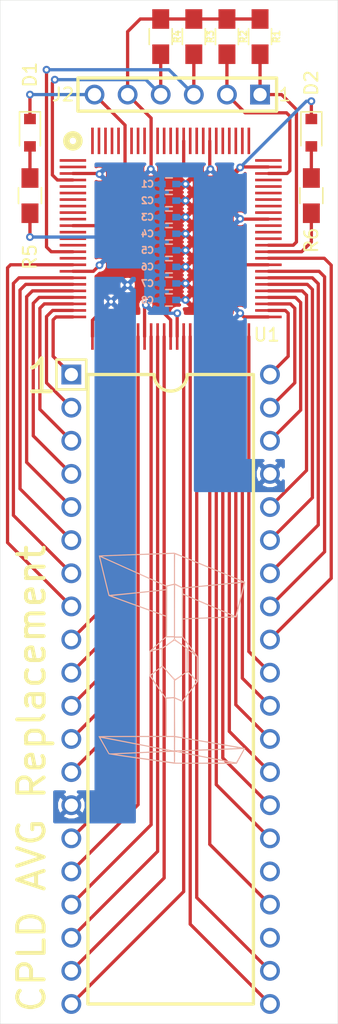
<source format=kicad_pcb>
(kicad_pcb (version 4) (host pcbnew 4.0.7)

  (general
    (links 112)
    (no_connects 0)
    (area 110.858299 53.073299 136.791701 131.584701)
    (thickness 1.6)
    (drawings 11)
    (tracks 194)
    (zones 0)
    (modules 44)
    (nets 91)
  )

  (page A4)
  (layers
    (0 F.Cu signal)
    (31 B.Cu signal)
    (32 B.Adhes user)
    (33 F.Adhes user)
    (34 B.Paste user)
    (35 F.Paste user)
    (36 B.SilkS user)
    (37 F.SilkS user)
    (38 B.Mask user)
    (39 F.Mask user)
    (40 Dwgs.User user)
    (41 Cmts.User user)
    (42 Eco1.User user)
    (43 Eco2.User user)
    (44 Edge.Cuts user)
    (45 Margin user)
    (46 B.CrtYd user)
    (47 F.CrtYd user)
    (48 B.Fab user)
    (49 F.Fab user)
  )

  (setup
    (last_trace_width 0.25)
    (trace_clearance 0.2)
    (zone_clearance 0.127)
    (zone_45_only no)
    (trace_min 0.2)
    (segment_width 0.2)
    (edge_width 0.15)
    (via_size 0.6)
    (via_drill 0.4)
    (via_min_size 0.4)
    (via_min_drill 0.3)
    (uvia_size 0.3)
    (uvia_drill 0.1)
    (uvias_allowed no)
    (uvia_min_size 0.2)
    (uvia_min_drill 0.1)
    (pcb_text_width 0.3)
    (pcb_text_size 1.5 1.5)
    (mod_edge_width 0.15)
    (mod_text_size 1 1)
    (mod_text_width 0.15)
    (pad_size 0.6 0.6)
    (pad_drill 0.3)
    (pad_to_mask_clearance 0.2)
    (aux_axis_origin 0 0)
    (visible_elements 7FFFFFFF)
    (pcbplotparams
      (layerselection 0x010f0_80000001)
      (usegerberextensions false)
      (excludeedgelayer true)
      (linewidth 0.100000)
      (plotframeref false)
      (viasonmask false)
      (mode 1)
      (useauxorigin false)
      (hpglpennumber 1)
      (hpglpenspeed 20)
      (hpglpendiameter 15)
      (hpglpenoverlay 2)
      (psnegative false)
      (psa4output false)
      (plotreference true)
      (plotvalue true)
      (plotinvisibletext false)
      (padsonsilk false)
      (subtractmaskfromsilk false)
      (outputformat 1)
      (mirror false)
      (drillshape 0)
      (scaleselection 1)
      (outputdirectory ./))
  )

  (net 0 "")
  (net 1 +5V)
  (net 2 GND)
  (net 3 "Net-(D1-Pad2)")
  (net 4 "Net-(D2-Pad2)")
  (net 5 DVY7)
  (net 6 AVG6)
  (net 7 DVY9)
  (net 8 DVY8)
  (net 9 AVG7)
  (net 10 AVG8)
  (net 11 AVG9)
  (net 12 AVG10)
  (net 13 AVG11)
  (net 14 DVY6)
  (net 15 DVY5)
  (net 16 DVY4)
  (net 17 DVY3)
  (net 18 ~VGGO)
  (net 19 AVG4)
  (net 20 AVG5)
  (net 21 ~STROBE2)
  (net 22 ~OP2)
  (net 23 AVG3)
  (net 24 DVY2)
  (net 25 ~OP0)
  (net 26 DVY12)
  (net 27 DVY11)
  (net 28 DVY10)
  (net 29 ~STROBE0)
  (net 30 AVG13)
  (net 31 AVG12)
  (net 32 DVY1)
  (net 33 DVY0)
  (net 34 OP1)
  (net 35 ~STROBE1)
  (net 36 ST2)
  (net 37 AVG1)
  (net 38 ST3)
  (net 39 AVG0)
  (net 40 AVG2)
  (net 41 TDI)
  (net 42 TMS)
  (net 43 TCK)
  (net 44 TDO)
  (net 45 STATUS)
  (net 46 "Net-(U1-Pad16)")
  (net 47 "Net-(U1-Pad89)")
  (net 48 "Net-(U1-Pad90)")
  (net 49 "Net-(U1-Pad85)")
  (net 50 "Net-(U1-Pad87)")
  (net 51 "Net-(U1-Pad88)")
  (net 52 "Net-(J1-Pad25)")
  (net 53 "Net-(J1-Pad23)")
  (net 54 "Net-(U1-Pad14)")
  (net 55 "Net-(U1-Pad10)")
  (net 56 "Net-(U1-Pad9)")
  (net 57 "Net-(U1-Pad13)")
  (net 58 "Net-(U1-Pad1)")
  (net 59 "Net-(U1-Pad5)")
  (net 60 "Net-(U1-Pad2)")
  (net 61 "Net-(U1-Pad6)")
  (net 62 "Net-(U1-Pad12)")
  (net 63 "Net-(U1-Pad7)")
  (net 64 "Net-(U1-Pad8)")
  (net 65 "Net-(U1-Pad68)")
  (net 66 "Net-(U1-Pad69)")
  (net 67 "Net-(U1-Pad64)")
  (net 68 "Net-(U1-Pad70)")
  (net 69 "Net-(U1-Pad72)")
  (net 70 "Net-(U1-Pad71)")
  (net 71 "Net-(U1-Pad75)")
  (net 72 "Net-(U1-Pad63)")
  (net 73 "Net-(U1-Pad65)")
  (net 74 "Net-(U1-Pad67)")
  (net 75 "Net-(U1-Pad84)")
  (net 76 "Net-(U1-Pad83)")
  (net 77 "Net-(U1-Pad81)")
  (net 78 "Net-(U1-Pad78)")
  (net 79 "Net-(U1-Pad77)")
  (net 80 "Net-(U1-Pad79)")
  (net 81 "Net-(U1-Pad80)")
  (net 82 "Net-(U1-Pad76)")
  (net 83 "Net-(U1-Pad92)")
  (net 84 "Net-(U1-Pad96)")
  (net 85 "Net-(U1-Pad93)")
  (net 86 "Net-(U1-Pad94)")
  (net 87 "Net-(U1-Pad98)")
  (net 88 "Net-(U1-Pad97)")
  (net 89 "Net-(U1-Pad99)")
  (net 90 "Net-(U1-Pad100)")

  (net_class Default "This is the default net class."
    (clearance 0.2)
    (trace_width 0.25)
    (via_dia 0.6)
    (via_drill 0.4)
    (uvia_dia 0.3)
    (uvia_drill 0.1)
    (add_net +5V)
    (add_net AVG0)
    (add_net AVG1)
    (add_net AVG10)
    (add_net AVG11)
    (add_net AVG12)
    (add_net AVG13)
    (add_net AVG2)
    (add_net AVG3)
    (add_net AVG4)
    (add_net AVG5)
    (add_net AVG6)
    (add_net AVG7)
    (add_net AVG8)
    (add_net AVG9)
    (add_net DVY0)
    (add_net DVY1)
    (add_net DVY10)
    (add_net DVY11)
    (add_net DVY12)
    (add_net DVY2)
    (add_net DVY3)
    (add_net DVY4)
    (add_net DVY5)
    (add_net DVY6)
    (add_net DVY7)
    (add_net DVY8)
    (add_net DVY9)
    (add_net GND)
    (add_net "Net-(D1-Pad2)")
    (add_net "Net-(D2-Pad2)")
    (add_net "Net-(J1-Pad23)")
    (add_net "Net-(J1-Pad25)")
    (add_net "Net-(U1-Pad1)")
    (add_net "Net-(U1-Pad10)")
    (add_net "Net-(U1-Pad100)")
    (add_net "Net-(U1-Pad12)")
    (add_net "Net-(U1-Pad13)")
    (add_net "Net-(U1-Pad14)")
    (add_net "Net-(U1-Pad16)")
    (add_net "Net-(U1-Pad2)")
    (add_net "Net-(U1-Pad5)")
    (add_net "Net-(U1-Pad6)")
    (add_net "Net-(U1-Pad63)")
    (add_net "Net-(U1-Pad64)")
    (add_net "Net-(U1-Pad65)")
    (add_net "Net-(U1-Pad67)")
    (add_net "Net-(U1-Pad68)")
    (add_net "Net-(U1-Pad69)")
    (add_net "Net-(U1-Pad7)")
    (add_net "Net-(U1-Pad70)")
    (add_net "Net-(U1-Pad71)")
    (add_net "Net-(U1-Pad72)")
    (add_net "Net-(U1-Pad75)")
    (add_net "Net-(U1-Pad76)")
    (add_net "Net-(U1-Pad77)")
    (add_net "Net-(U1-Pad78)")
    (add_net "Net-(U1-Pad79)")
    (add_net "Net-(U1-Pad8)")
    (add_net "Net-(U1-Pad80)")
    (add_net "Net-(U1-Pad81)")
    (add_net "Net-(U1-Pad83)")
    (add_net "Net-(U1-Pad84)")
    (add_net "Net-(U1-Pad85)")
    (add_net "Net-(U1-Pad87)")
    (add_net "Net-(U1-Pad88)")
    (add_net "Net-(U1-Pad89)")
    (add_net "Net-(U1-Pad9)")
    (add_net "Net-(U1-Pad90)")
    (add_net "Net-(U1-Pad92)")
    (add_net "Net-(U1-Pad93)")
    (add_net "Net-(U1-Pad94)")
    (add_net "Net-(U1-Pad96)")
    (add_net "Net-(U1-Pad97)")
    (add_net "Net-(U1-Pad98)")
    (add_net "Net-(U1-Pad99)")
    (add_net OP1)
    (add_net ST2)
    (add_net ST3)
    (add_net STATUS)
    (add_net TCK)
    (add_net TDI)
    (add_net TDO)
    (add_net TMS)
    (add_net ~OP0)
    (add_net ~OP2)
    (add_net ~STROBE0)
    (add_net ~STROBE1)
    (add_net ~STROBE2)
    (add_net ~VGGO)
  )

  (module AVG_CPLD_KiCad:D_0805 (layer F.Cu) (tedit 5D24F5BB) (tstamp 5D24D3E0)
    (at 113.157 63.246 270)
    (descr "Diode SMD in 0805 package http://datasheets.avx.com/schottky.pdf")
    (tags "smd diode")
    (path /5D248919)
    (attr smd)
    (fp_text reference D1 (at -4.445 0 270) (layer F.SilkS)
      (effects (font (size 1 1) (thickness 0.15)))
    )
    (fp_text value BLUE (at 0 0.381 270) (layer F.Fab) hide
      (effects (font (size 0.254 0.254) (thickness 0.0635)))
    )
    (fp_text user %R (at -4.445 0 270) (layer F.Fab)
      (effects (font (size 1 1) (thickness 0.15)))
    )
    (fp_line (start -1.6 -0.8) (end -1.6 0.8) (layer F.SilkS) (width 0.12))
    (fp_line (start -1.7 0.88) (end -1.7 -0.88) (layer F.CrtYd) (width 0.05))
    (fp_line (start 1.7 0.88) (end -1.7 0.88) (layer F.CrtYd) (width 0.05))
    (fp_line (start 1.7 -0.88) (end 1.7 0.88) (layer F.CrtYd) (width 0.05))
    (fp_line (start -1.7 -0.88) (end 1.7 -0.88) (layer F.CrtYd) (width 0.05))
    (fp_line (start 0.2 0) (end 0.4 0) (layer F.Fab) (width 0.1))
    (fp_line (start -0.1 0) (end -0.3 0) (layer F.Fab) (width 0.1))
    (fp_line (start -0.1 -0.2) (end -0.1 0.2) (layer F.Fab) (width 0.1))
    (fp_line (start 0.2 0.2) (end 0.2 -0.2) (layer F.Fab) (width 0.1))
    (fp_line (start -0.1 0) (end 0.2 0.2) (layer F.Fab) (width 0.1))
    (fp_line (start 0.2 -0.2) (end -0.1 0) (layer F.Fab) (width 0.1))
    (fp_line (start -1 0.65) (end -1 -0.65) (layer F.Fab) (width 0.1))
    (fp_line (start 1 0.65) (end -1 0.65) (layer F.Fab) (width 0.1))
    (fp_line (start 1 -0.65) (end 1 0.65) (layer F.Fab) (width 0.1))
    (fp_line (start -1 -0.65) (end 1 -0.65) (layer F.Fab) (width 0.1))
    (fp_line (start -1.6 0.8) (end 1 0.8) (layer F.SilkS) (width 0.12))
    (fp_line (start -1.6 -0.8) (end 1 -0.8) (layer F.SilkS) (width 0.12))
    (pad 1 smd rect (at -1.05 0 270) (size 0.8 0.9) (layers F.Cu F.Paste F.Mask)
      (net 2 GND))
    (pad 2 smd rect (at 1.05 0 270) (size 0.8 0.9) (layers F.Cu F.Paste F.Mask)
      (net 3 "Net-(D1-Pad2)"))
    (model ${KISYS3DMOD}/Diodes_SMD.3dshapes/D_0805.wrl
      (at (xyz 0 0 0))
      (scale (xyz 1 1 1))
      (rotate (xyz 0 0 0))
    )
  )

  (module AVG_CPLD_KiCad:D_0805 (layer F.Cu) (tedit 5D24F5A8) (tstamp 5D24D3F8)
    (at 134.747 63.246 270)
    (descr "Diode SMD in 0805 package http://datasheets.avx.com/schottky.pdf")
    (tags "smd diode")
    (path /5D248C9B)
    (attr smd)
    (fp_text reference D2 (at -3.81 0 270) (layer F.SilkS)
      (effects (font (size 1 1) (thickness 0.15)))
    )
    (fp_text value BLUE (at 0 0.508 270) (layer F.Fab) hide
      (effects (font (size 0.254 0.254) (thickness 0.0635)))
    )
    (fp_text user %R (at -3.81 0 270) (layer F.Fab)
      (effects (font (size 1 1) (thickness 0.15)))
    )
    (fp_line (start -1.6 -0.8) (end -1.6 0.8) (layer F.SilkS) (width 0.12))
    (fp_line (start -1.7 0.88) (end -1.7 -0.88) (layer F.CrtYd) (width 0.05))
    (fp_line (start 1.7 0.88) (end -1.7 0.88) (layer F.CrtYd) (width 0.05))
    (fp_line (start 1.7 -0.88) (end 1.7 0.88) (layer F.CrtYd) (width 0.05))
    (fp_line (start -1.7 -0.88) (end 1.7 -0.88) (layer F.CrtYd) (width 0.05))
    (fp_line (start 0.2 0) (end 0.4 0) (layer F.Fab) (width 0.1))
    (fp_line (start -0.1 0) (end -0.3 0) (layer F.Fab) (width 0.1))
    (fp_line (start -0.1 -0.2) (end -0.1 0.2) (layer F.Fab) (width 0.1))
    (fp_line (start 0.2 0.2) (end 0.2 -0.2) (layer F.Fab) (width 0.1))
    (fp_line (start -0.1 0) (end 0.2 0.2) (layer F.Fab) (width 0.1))
    (fp_line (start 0.2 -0.2) (end -0.1 0) (layer F.Fab) (width 0.1))
    (fp_line (start -1 0.65) (end -1 -0.65) (layer F.Fab) (width 0.1))
    (fp_line (start 1 0.65) (end -1 0.65) (layer F.Fab) (width 0.1))
    (fp_line (start 1 -0.65) (end 1 0.65) (layer F.Fab) (width 0.1))
    (fp_line (start -1 -0.65) (end 1 -0.65) (layer F.Fab) (width 0.1))
    (fp_line (start -1.6 0.8) (end 1 0.8) (layer F.SilkS) (width 0.12))
    (fp_line (start -1.6 -0.8) (end 1 -0.8) (layer F.SilkS) (width 0.12))
    (pad 1 smd rect (at -1.05 0 270) (size 0.8 0.9) (layers F.Cu F.Paste F.Mask)
      (net 2 GND))
    (pad 2 smd rect (at 1.05 0 270) (size 0.8 0.9) (layers F.Cu F.Paste F.Mask)
      (net 4 "Net-(D2-Pad2)"))
    (model ${KISYS3DMOD}/Diodes_SMD.3dshapes/D_0805.wrl
      (at (xyz 0 0 0))
      (scale (xyz 1 1 1))
      (rotate (xyz 0 0 0))
    )
  )

  (module AVG_CPLD_KiCad:DDIP40 (layer F.Cu) (tedit 5D246837) (tstamp 5D24D42B)
    (at 123.952 105.918)
    (path /5D2493A6)
    (fp_text reference J1 (at 9.398 24.003 90) (layer F.SilkS) hide
      (effects (font (size 1 1) (thickness 0.15)))
    )
    (fp_text value Conn_02x20 (at 9.398 18.161 90) (layer F.Fab) hide
      (effects (font (size 1 1) (thickness 0.15)))
    )
    (fp_arc (start 0 -24.13) (end 1.27 -24.13) (angle 90) (layer F.SilkS) (width 0.254))
    (fp_arc (start 0 -24.13) (end 0 -22.86) (angle 90) (layer F.SilkS) (width 0.254))
    (fp_line (start -1.27 -24.13) (end -6.35 -24.13) (layer F.SilkS) (width 0.254))
    (fp_line (start -6.35 -24.13) (end -6.35 24.13) (layer F.SilkS) (width 0.254))
    (fp_line (start -6.35 24.13) (end 6.35 24.13) (layer F.SilkS) (width 0.254))
    (fp_line (start 6.35 24.13) (end 6.35 -24.13) (layer F.SilkS) (width 0.254))
    (fp_line (start 6.35 -24.13) (end 1.27 -24.13) (layer F.SilkS) (width 0.254))
    (pad 19 thru_hole circle (at -7.62 21.59) (size 1.524 1.524) (drill 1.016) (layers *.Cu *.Mask)
      (net 12 AVG10))
    (pad 20 thru_hole circle (at -7.62 24.13) (size 1.524 1.524) (drill 1.016) (layers *.Cu *.Mask)
      (net 13 AVG11))
    (pad 21 thru_hole circle (at 7.62 24.13) (size 1.524 1.524) (drill 1.016) (layers *.Cu *.Mask)
      (net 31 AVG12))
    (pad 22 thru_hole circle (at 7.62 21.59) (size 1.524 1.524) (drill 1.016) (layers *.Cu *.Mask)
      (net 30 AVG13))
    (pad 28 thru_hole circle (at 7.62 6.35) (size 1.524 1.524) (drill 1.016) (layers *.Cu *.Mask)
      (net 27 DVY11))
    (pad 27 thru_hole circle (at 7.62 8.89) (size 1.524 1.524) (drill 1.016) (layers *.Cu *.Mask)
      (net 26 DVY12))
    (pad 26 thru_hole circle (at 7.62 11.43) (size 1.524 1.524) (drill 1.016) (layers *.Cu *.Mask)
      (net 25 ~OP0))
    (pad 25 thru_hole circle (at 7.62 13.97) (size 1.524 1.524) (drill 1.016) (layers *.Cu *.Mask)
      (net 52 "Net-(J1-Pad25)"))
    (pad 24 thru_hole circle (at 7.62 16.51) (size 1.524 1.524) (drill 1.016) (layers *.Cu *.Mask)
      (net 29 ~STROBE0))
    (pad 23 thru_hole circle (at 7.62 19.05) (size 1.524 1.524) (drill 1.016) (layers *.Cu *.Mask)
      (net 53 "Net-(J1-Pad23)"))
    (pad 18 thru_hole circle (at -7.62 19.05) (size 1.524 1.524) (drill 1.016) (layers *.Cu *.Mask)
      (net 11 AVG9))
    (pad 17 thru_hole circle (at -7.62 16.51) (size 1.524 1.524) (drill 1.016) (layers *.Cu *.Mask)
      (net 10 AVG8))
    (pad 16 thru_hole circle (at -7.62 13.97) (size 1.524 1.524) (drill 1.016) (layers *.Cu *.Mask)
      (net 9 AVG7))
    (pad 15 thru_hole circle (at -7.62 11.43) (size 1.524 1.524) (drill 1.016) (layers *.Cu *.Mask)
      (net 6 AVG6))
    (pad 14 thru_hole circle (at -7.62 8.89) (size 1.524 1.524) (drill 1.016) (layers *.Cu *.Mask)
      (net 2 GND))
    (pad 13 thru_hole circle (at -7.62 6.35) (size 1.524 1.524) (drill 1.016) (layers *.Cu *.Mask)
      (net 7 DVY9))
    (pad 1 thru_hole rect (at -7.62 -24.13) (size 1.524 1.524) (drill 1.016) (layers *.Cu *.Mask)
      (net 23 AVG3))
    (pad 2 thru_hole circle (at -7.62 -21.59) (size 1.524 1.524) (drill 1.016) (layers *.Cu *.Mask)
      (net 19 AVG4))
    (pad 3 thru_hole circle (at -7.62 -19.05) (size 1.524 1.524) (drill 1.016) (layers *.Cu *.Mask)
      (net 20 AVG5))
    (pad 4 thru_hole circle (at -7.62 -16.51) (size 1.524 1.524) (drill 1.016) (layers *.Cu *.Mask)
      (net 21 ~STROBE2))
    (pad 5 thru_hole circle (at -7.62 -13.97) (size 1.524 1.524) (drill 1.016) (layers *.Cu *.Mask)
      (net 22 ~OP2))
    (pad 6 thru_hole circle (at -7.62 -11.43) (size 1.524 1.524) (drill 1.016) (layers *.Cu *.Mask)
      (net 18 ~VGGO))
    (pad 7 thru_hole circle (at -7.62 -8.89) (size 1.524 1.524) (drill 1.016) (layers *.Cu *.Mask)
      (net 17 DVY3))
    (pad 8 thru_hole circle (at -7.62 -6.35) (size 1.524 1.524) (drill 1.016) (layers *.Cu *.Mask)
      (net 16 DVY4))
    (pad 9 thru_hole circle (at -7.62 -3.81) (size 1.524 1.524) (drill 1.016) (layers *.Cu *.Mask)
      (net 15 DVY5))
    (pad 10 thru_hole circle (at -7.62 -1.27) (size 1.524 1.524) (drill 1.016) (layers *.Cu *.Mask)
      (net 14 DVY6))
    (pad 11 thru_hole circle (at -7.62 1.27) (size 1.524 1.524) (drill 1.016) (layers *.Cu *.Mask)
      (net 5 DVY7))
    (pad 12 thru_hole circle (at -7.62 3.81) (size 1.524 1.524) (drill 1.016) (layers *.Cu *.Mask)
      (net 8 DVY8))
    (pad 29 thru_hole circle (at 7.62 3.81) (size 1.524 1.524) (drill 1.016) (layers *.Cu *.Mask)
      (net 28 DVY10))
    (pad 30 thru_hole circle (at 7.62 1.27) (size 1.524 1.524) (drill 1.016) (layers *.Cu *.Mask)
      (net 24 DVY2))
    (pad 31 thru_hole circle (at 7.62 -1.27) (size 1.524 1.524) (drill 1.016) (layers *.Cu *.Mask)
      (net 32 DVY1))
    (pad 32 thru_hole circle (at 7.62 -3.81) (size 1.524 1.524) (drill 1.016) (layers *.Cu *.Mask)
      (net 33 DVY0))
    (pad 33 thru_hole circle (at 7.62 -6.35) (size 1.524 1.524) (drill 1.016) (layers *.Cu *.Mask)
      (net 34 OP1))
    (pad 34 thru_hole circle (at 7.62 -8.89) (size 1.524 1.524) (drill 1.016) (layers *.Cu *.Mask)
      (net 35 ~STROBE1))
    (pad 35 thru_hole circle (at 7.62 -11.43) (size 1.524 1.524) (drill 1.016) (layers *.Cu *.Mask)
      (net 36 ST2))
    (pad 36 thru_hole circle (at 7.62 -13.97) (size 1.524 1.524) (drill 1.016) (layers *.Cu *.Mask)
      (net 39 AVG0))
    (pad 37 thru_hole circle (at 7.62 -16.51) (size 1.524 1.524) (drill 1.016) (layers *.Cu *.Mask)
      (net 1 +5V))
    (pad 38 thru_hole circle (at 7.62 -19.05) (size 1.524 1.524) (drill 1.016) (layers *.Cu *.Mask)
      (net 38 ST3))
    (pad 39 thru_hole circle (at 7.62 -21.59) (size 1.524 1.524) (drill 1.016) (layers *.Cu *.Mask)
      (net 37 AVG1))
    (pad 40 thru_hole circle (at 7.62 -24.13) (size 1.524 1.524) (drill 1.016) (layers *.Cu *.Mask)
      (net 40 AVG2))
  )

  (module AVG_CPLD_KiCad:SIP6 (layer F.Cu) (tedit 5D24F54F) (tstamp 5D24D439)
    (at 124.46 60.325 270)
    (path /5D24396A)
    (fp_text reference J2 (at 0 8.763 360) (layer F.SilkS)
      (effects (font (size 1 1) (thickness 0.15)))
    )
    (fp_text value Conn_01x06 (at 0.127 8.128 270) (layer F.Fab) hide
      (effects (font (size 0.5 0.5) (thickness 0.125)))
    )
    (fp_line (start -1.27 -7.62) (end 1.27 -7.62) (layer F.SilkS) (width 0.254))
    (fp_line (start 1.27 -7.62) (end 1.27 7.62) (layer F.SilkS) (width 0.254))
    (fp_line (start 1.27 7.62) (end -1.27 7.62) (layer F.SilkS) (width 0.254))
    (fp_line (start -1.27 7.62) (end -1.27 -7.62) (layer F.SilkS) (width 0.254))
    (pad 4 thru_hole circle (at 0 1.27 270) (size 1.524 1.524) (drill 1.016) (layers *.Cu *.Mask)
      (net 41 TDI))
    (pad 3 thru_hole circle (at 0 -1.27 270) (size 1.524 1.524) (drill 1.016) (layers *.Cu *.Mask)
      (net 42 TMS))
    (pad 1 thru_hole rect (at 0 -6.35 270) (size 1.524 1.524) (drill 1.016) (layers *.Cu *.Mask)
      (net 43 TCK))
    (pad 2 thru_hole circle (at 0 -3.81 270) (size 1.524 1.524) (drill 1.016) (layers *.Cu *.Mask)
      (net 44 TDO))
    (pad 5 thru_hole circle (at 0 3.81 270) (size 1.524 1.524) (drill 1.016) (layers *.Cu *.Mask)
      (net 1 +5V))
    (pad 6 thru_hole circle (at 0 6.35 270) (size 1.524 1.524) (drill 1.016) (layers *.Cu *.Mask)
      (net 2 GND))
  )

  (module AVG_CPLD_KiCad:R_0805_HandSoldering (layer F.Cu) (tedit 5D2462D1) (tstamp 5D24D44A)
    (at 130.81 55.88 270)
    (descr "Resistor SMD 0805, hand soldering")
    (tags "resistor 0805")
    (path /5D247347)
    (attr smd)
    (fp_text reference R1 (at 0 -1.27 270) (layer F.SilkS)
      (effects (font (size 0.5 0.5) (thickness 0.125)))
    )
    (fp_text value 4.7k (at 0 0.508 270) (layer F.Fab) hide
      (effects (font (size 0.254 0.254) (thickness 0.0635)))
    )
    (fp_text user %R (at 0 0 270) (layer F.Fab)
      (effects (font (size 0.5 0.5) (thickness 0.075)))
    )
    (fp_line (start -1 0.62) (end -1 -0.62) (layer F.Fab) (width 0.1))
    (fp_line (start 1 0.62) (end -1 0.62) (layer F.Fab) (width 0.1))
    (fp_line (start 1 -0.62) (end 1 0.62) (layer F.Fab) (width 0.1))
    (fp_line (start -1 -0.62) (end 1 -0.62) (layer F.Fab) (width 0.1))
    (fp_line (start 0.6 0.88) (end -0.6 0.88) (layer F.SilkS) (width 0.12))
    (fp_line (start -0.6 -0.88) (end 0.6 -0.88) (layer F.SilkS) (width 0.12))
    (fp_line (start -2.35 -0.9) (end 2.35 -0.9) (layer F.CrtYd) (width 0.05))
    (fp_line (start -2.35 -0.9) (end -2.35 0.9) (layer F.CrtYd) (width 0.05))
    (fp_line (start 2.35 0.9) (end 2.35 -0.9) (layer F.CrtYd) (width 0.05))
    (fp_line (start 2.35 0.9) (end -2.35 0.9) (layer F.CrtYd) (width 0.05))
    (pad 1 smd rect (at -1.35 0 270) (size 1.5 1.3) (layers F.Cu F.Paste F.Mask)
      (net 1 +5V))
    (pad 2 smd rect (at 1.35 0 270) (size 1.5 1.3) (layers F.Cu F.Paste F.Mask)
      (net 43 TCK))
    (model ${KISYS3DMOD}/Resistors_SMD.3dshapes/R_0805.wrl
      (at (xyz 0 0 0))
      (scale (xyz 1 1 1))
      (rotate (xyz 0 0 0))
    )
  )

  (module AVG_CPLD_KiCad:R_0805_HandSoldering (layer F.Cu) (tedit 5D2462B6) (tstamp 5D24D45B)
    (at 128.27 55.88 270)
    (descr "Resistor SMD 0805, hand soldering")
    (tags "resistor 0805")
    (path /5D247592)
    (attr smd)
    (fp_text reference R2 (at 0 -1.27 270) (layer F.SilkS)
      (effects (font (size 0.5 0.5) (thickness 0.125)))
    )
    (fp_text value 4.7k (at 0 0.508 270) (layer F.Fab) hide
      (effects (font (size 0.254 0.254) (thickness 0.0635)))
    )
    (fp_text user %R (at 0 0 270) (layer F.Fab)
      (effects (font (size 0.5 0.5) (thickness 0.075)))
    )
    (fp_line (start -1 0.62) (end -1 -0.62) (layer F.Fab) (width 0.1))
    (fp_line (start 1 0.62) (end -1 0.62) (layer F.Fab) (width 0.1))
    (fp_line (start 1 -0.62) (end 1 0.62) (layer F.Fab) (width 0.1))
    (fp_line (start -1 -0.62) (end 1 -0.62) (layer F.Fab) (width 0.1))
    (fp_line (start 0.6 0.88) (end -0.6 0.88) (layer F.SilkS) (width 0.12))
    (fp_line (start -0.6 -0.88) (end 0.6 -0.88) (layer F.SilkS) (width 0.12))
    (fp_line (start -2.35 -0.9) (end 2.35 -0.9) (layer F.CrtYd) (width 0.05))
    (fp_line (start -2.35 -0.9) (end -2.35 0.9) (layer F.CrtYd) (width 0.05))
    (fp_line (start 2.35 0.9) (end 2.35 -0.9) (layer F.CrtYd) (width 0.05))
    (fp_line (start 2.35 0.9) (end -2.35 0.9) (layer F.CrtYd) (width 0.05))
    (pad 1 smd rect (at -1.35 0 270) (size 1.5 1.3) (layers F.Cu F.Paste F.Mask)
      (net 1 +5V))
    (pad 2 smd rect (at 1.35 0 270) (size 1.5 1.3) (layers F.Cu F.Paste F.Mask)
      (net 44 TDO))
    (model ${KISYS3DMOD}/Resistors_SMD.3dshapes/R_0805.wrl
      (at (xyz 0 0 0))
      (scale (xyz 1 1 1))
      (rotate (xyz 0 0 0))
    )
  )

  (module AVG_CPLD_KiCad:R_0805_HandSoldering (layer F.Cu) (tedit 5D2462BA) (tstamp 5D24D46C)
    (at 125.73 55.88 270)
    (descr "Resistor SMD 0805, hand soldering")
    (tags "resistor 0805")
    (path /5D2475D9)
    (attr smd)
    (fp_text reference R3 (at 0 -1.27 270) (layer F.SilkS)
      (effects (font (size 0.5 0.5) (thickness 0.125)))
    )
    (fp_text value 4.7k (at 0 0.508 270) (layer F.Fab) hide
      (effects (font (size 0.254 0.254) (thickness 0.0635)))
    )
    (fp_text user %R (at 0 0 270) (layer F.Fab)
      (effects (font (size 0.5 0.5) (thickness 0.075)))
    )
    (fp_line (start -1 0.62) (end -1 -0.62) (layer F.Fab) (width 0.1))
    (fp_line (start 1 0.62) (end -1 0.62) (layer F.Fab) (width 0.1))
    (fp_line (start 1 -0.62) (end 1 0.62) (layer F.Fab) (width 0.1))
    (fp_line (start -1 -0.62) (end 1 -0.62) (layer F.Fab) (width 0.1))
    (fp_line (start 0.6 0.88) (end -0.6 0.88) (layer F.SilkS) (width 0.12))
    (fp_line (start -0.6 -0.88) (end 0.6 -0.88) (layer F.SilkS) (width 0.12))
    (fp_line (start -2.35 -0.9) (end 2.35 -0.9) (layer F.CrtYd) (width 0.05))
    (fp_line (start -2.35 -0.9) (end -2.35 0.9) (layer F.CrtYd) (width 0.05))
    (fp_line (start 2.35 0.9) (end 2.35 -0.9) (layer F.CrtYd) (width 0.05))
    (fp_line (start 2.35 0.9) (end -2.35 0.9) (layer F.CrtYd) (width 0.05))
    (pad 1 smd rect (at -1.35 0 270) (size 1.5 1.3) (layers F.Cu F.Paste F.Mask)
      (net 1 +5V))
    (pad 2 smd rect (at 1.35 0 270) (size 1.5 1.3) (layers F.Cu F.Paste F.Mask)
      (net 42 TMS))
    (model ${KISYS3DMOD}/Resistors_SMD.3dshapes/R_0805.wrl
      (at (xyz 0 0 0))
      (scale (xyz 1 1 1))
      (rotate (xyz 0 0 0))
    )
  )

  (module AVG_CPLD_KiCad:R_0805_HandSoldering (layer F.Cu) (tedit 5D2462DE) (tstamp 5D24D47D)
    (at 123.19 55.88 270)
    (descr "Resistor SMD 0805, hand soldering")
    (tags "resistor 0805")
    (path /5D24760A)
    (attr smd)
    (fp_text reference R4 (at 0 -1.27 270) (layer F.SilkS)
      (effects (font (size 0.5 0.5) (thickness 0.125)))
    )
    (fp_text value 4.7k (at 0 0.508 270) (layer F.Fab) hide
      (effects (font (size 0.254 0.254) (thickness 0.0635)))
    )
    (fp_text user %R (at 0 0 270) (layer F.Fab)
      (effects (font (size 0.5 0.5) (thickness 0.075)))
    )
    (fp_line (start -1 0.62) (end -1 -0.62) (layer F.Fab) (width 0.1))
    (fp_line (start 1 0.62) (end -1 0.62) (layer F.Fab) (width 0.1))
    (fp_line (start 1 -0.62) (end 1 0.62) (layer F.Fab) (width 0.1))
    (fp_line (start -1 -0.62) (end 1 -0.62) (layer F.Fab) (width 0.1))
    (fp_line (start 0.6 0.88) (end -0.6 0.88) (layer F.SilkS) (width 0.12))
    (fp_line (start -0.6 -0.88) (end 0.6 -0.88) (layer F.SilkS) (width 0.12))
    (fp_line (start -2.35 -0.9) (end 2.35 -0.9) (layer F.CrtYd) (width 0.05))
    (fp_line (start -2.35 -0.9) (end -2.35 0.9) (layer F.CrtYd) (width 0.05))
    (fp_line (start 2.35 0.9) (end 2.35 -0.9) (layer F.CrtYd) (width 0.05))
    (fp_line (start 2.35 0.9) (end -2.35 0.9) (layer F.CrtYd) (width 0.05))
    (pad 1 smd rect (at -1.35 0 270) (size 1.5 1.3) (layers F.Cu F.Paste F.Mask)
      (net 1 +5V))
    (pad 2 smd rect (at 1.35 0 270) (size 1.5 1.3) (layers F.Cu F.Paste F.Mask)
      (net 41 TDI))
    (model ${KISYS3DMOD}/Resistors_SMD.3dshapes/R_0805.wrl
      (at (xyz 0 0 0))
      (scale (xyz 1 1 1))
      (rotate (xyz 0 0 0))
    )
  )

  (module AVG_CPLD_KiCad:R_0805_HandSoldering (layer F.Cu) (tedit 5D24F5B2) (tstamp 5D24D48E)
    (at 113.157 68.072 90)
    (descr "Resistor SMD 0805, hand soldering")
    (tags "resistor 0805")
    (path /5D24763D)
    (attr smd)
    (fp_text reference R5 (at -4.699 0 90) (layer F.SilkS)
      (effects (font (size 1 1) (thickness 0.15)))
    )
    (fp_text value 1k (at 0 -0.508 90) (layer F.Fab) hide
      (effects (font (size 0.254 0.254) (thickness 0.0635)))
    )
    (fp_text user %R (at 0 0 90) (layer F.Fab)
      (effects (font (size 0.5 0.5) (thickness 0.075)))
    )
    (fp_line (start -1 0.62) (end -1 -0.62) (layer F.Fab) (width 0.1))
    (fp_line (start 1 0.62) (end -1 0.62) (layer F.Fab) (width 0.1))
    (fp_line (start 1 -0.62) (end 1 0.62) (layer F.Fab) (width 0.1))
    (fp_line (start -1 -0.62) (end 1 -0.62) (layer F.Fab) (width 0.1))
    (fp_line (start 0.6 0.88) (end -0.6 0.88) (layer F.SilkS) (width 0.12))
    (fp_line (start -0.6 -0.88) (end 0.6 -0.88) (layer F.SilkS) (width 0.12))
    (fp_line (start -2.35 -0.9) (end 2.35 -0.9) (layer F.CrtYd) (width 0.05))
    (fp_line (start -2.35 -0.9) (end -2.35 0.9) (layer F.CrtYd) (width 0.05))
    (fp_line (start 2.35 0.9) (end 2.35 -0.9) (layer F.CrtYd) (width 0.05))
    (fp_line (start 2.35 0.9) (end -2.35 0.9) (layer F.CrtYd) (width 0.05))
    (pad 1 smd rect (at -1.35 0 90) (size 1.5 1.3) (layers F.Cu F.Paste F.Mask)
      (net 1 +5V))
    (pad 2 smd rect (at 1.35 0 90) (size 1.5 1.3) (layers F.Cu F.Paste F.Mask)
      (net 3 "Net-(D1-Pad2)"))
    (model ${KISYS3DMOD}/Resistors_SMD.3dshapes/R_0805.wrl
      (at (xyz 0 0 0))
      (scale (xyz 1 1 1))
      (rotate (xyz 0 0 0))
    )
  )

  (module AVG_CPLD_KiCad:R_0805_HandSoldering (layer F.Cu) (tedit 5D24EC2C) (tstamp 5D24D49F)
    (at 134.747 68.072 90)
    (descr "Resistor SMD 0805, hand soldering")
    (tags "resistor 0805")
    (path /5D24769C)
    (attr smd)
    (fp_text reference R6 (at -3.429 0 90) (layer F.SilkS)
      (effects (font (size 1 1) (thickness 0.15)))
    )
    (fp_text value 4.7k (at 0 -0.508 90) (layer F.Fab) hide
      (effects (font (size 0.254 0.254) (thickness 0.0635)))
    )
    (fp_text user %R (at 0 0 90) (layer F.Fab)
      (effects (font (size 0.5 0.5) (thickness 0.075)))
    )
    (fp_line (start -1 0.62) (end -1 -0.62) (layer F.Fab) (width 0.1))
    (fp_line (start 1 0.62) (end -1 0.62) (layer F.Fab) (width 0.1))
    (fp_line (start 1 -0.62) (end 1 0.62) (layer F.Fab) (width 0.1))
    (fp_line (start -1 -0.62) (end 1 -0.62) (layer F.Fab) (width 0.1))
    (fp_line (start 0.6 0.88) (end -0.6 0.88) (layer F.SilkS) (width 0.12))
    (fp_line (start -0.6 -0.88) (end 0.6 -0.88) (layer F.SilkS) (width 0.12))
    (fp_line (start -2.35 -0.9) (end 2.35 -0.9) (layer F.CrtYd) (width 0.05))
    (fp_line (start -2.35 -0.9) (end -2.35 0.9) (layer F.CrtYd) (width 0.05))
    (fp_line (start 2.35 0.9) (end 2.35 -0.9) (layer F.CrtYd) (width 0.05))
    (fp_line (start 2.35 0.9) (end -2.35 0.9) (layer F.CrtYd) (width 0.05))
    (pad 1 smd rect (at -1.35 0 90) (size 1.5 1.3) (layers F.Cu F.Paste F.Mask)
      (net 45 STATUS))
    (pad 2 smd rect (at 1.35 0 90) (size 1.5 1.3) (layers F.Cu F.Paste F.Mask)
      (net 4 "Net-(D2-Pad2)"))
    (model ${KISYS3DMOD}/Resistors_SMD.3dshapes/R_0805.wrl
      (at (xyz 0 0 0))
      (scale (xyz 1 1 1))
      (rotate (xyz 0 0 0))
    )
  )

  (module AVG_CPLD_KiCad:VIA1 (layer F.Cu) (tedit 5D2469D0) (tstamp 5D24E954)
    (at 120.65 74.93)
    (fp_text reference REF** (at 0 0) (layer F.SilkS) hide
      (effects (font (size 0.127 0.127) (thickness 0.03175)))
    )
    (fp_text value VIA1 (at 0 0) (layer F.Fab) hide
      (effects (font (size 0.127 0.127) (thickness 0.03175)))
    )
    (pad 1 thru_hole circle (at 0 0) (size 0.6 0.6) (drill 0.3) (layers *.Cu *.Mask)
      (net 2 GND))
  )

  (module AVG_CPLD_KiCad:VIA1 (layer F.Cu) (tedit 5D2469E5) (tstamp 5D24E962)
    (at 119.38 76.2)
    (fp_text reference REF** (at 0 0) (layer F.SilkS) hide
      (effects (font (size 0.127 0.127) (thickness 0.03175)))
    )
    (fp_text value VIA1 (at 0 0) (layer F.Fab) hide
      (effects (font (size 0.127 0.127) (thickness 0.03175)))
    )
    (pad 1 thru_hole circle (at 0 0) (size 0.6 0.6) (drill 0.3) (layers *.Cu *.Mask)
      (net 2 GND))
  )

  (module AVG_CPLD_KiCad:VIA1 (layer F.Cu) (tedit 5D246AA5) (tstamp 5D24E989)
    (at 125.095 76.073)
    (fp_text reference REF** (at 0 0) (layer F.SilkS) hide
      (effects (font (size 0.127 0.127) (thickness 0.03175)))
    )
    (fp_text value VIA1 (at 0 0) (layer F.Fab) hide
      (effects (font (size 0.127 0.127) (thickness 0.03175)))
    )
    (pad 1 thru_hole circle (at 0 0) (size 0.6 0.6) (drill 0.3) (layers *.Cu *.Mask)
      (net 2 GND))
  )

  (module AVG_CPLD_KiCad:VIA1 (layer F.Cu) (tedit 5D246AAD) (tstamp 5D24E992)
    (at 125.095 74.803)
    (fp_text reference REF** (at 0 0) (layer F.SilkS) hide
      (effects (font (size 0.127 0.127) (thickness 0.03175)))
    )
    (fp_text value VIA1 (at 0 0) (layer F.Fab) hide
      (effects (font (size 0.127 0.127) (thickness 0.03175)))
    )
    (pad 1 thru_hole circle (at 0 0) (size 0.6 0.6) (drill 0.3) (layers *.Cu *.Mask)
      (net 2 GND))
  )

  (module AVG_CPLD_KiCad:VIA1 (layer F.Cu) (tedit 5D246AB2) (tstamp 5D24E99B)
    (at 125.095 73.533)
    (fp_text reference REF** (at 0 0) (layer F.SilkS) hide
      (effects (font (size 0.127 0.127) (thickness 0.03175)))
    )
    (fp_text value VIA1 (at 0 0) (layer F.Fab) hide
      (effects (font (size 0.127 0.127) (thickness 0.03175)))
    )
    (pad 1 thru_hole circle (at 0 0) (size 0.6 0.6) (drill 0.3) (layers *.Cu *.Mask)
      (net 2 GND))
  )

  (module AVG_CPLD_KiCad:VIA1 (layer F.Cu) (tedit 5D246AB8) (tstamp 5D24E9A4)
    (at 125.095 72.263)
    (fp_text reference REF** (at 0 0) (layer F.SilkS) hide
      (effects (font (size 0.127 0.127) (thickness 0.03175)))
    )
    (fp_text value VIA1 (at 0 0) (layer F.Fab) hide
      (effects (font (size 0.127 0.127) (thickness 0.03175)))
    )
    (pad 1 thru_hole circle (at 0 0) (size 0.6 0.6) (drill 0.3) (layers *.Cu *.Mask)
      (net 2 GND))
  )

  (module AVG_CPLD_KiCad:VIA1 (layer F.Cu) (tedit 5D246ABF) (tstamp 5D24E9AD)
    (at 125.095 70.993)
    (fp_text reference REF** (at 0 0) (layer F.SilkS) hide
      (effects (font (size 0.127 0.127) (thickness 0.03175)))
    )
    (fp_text value VIA1 (at 0 0) (layer F.Fab) hide
      (effects (font (size 0.127 0.127) (thickness 0.03175)))
    )
    (pad 1 thru_hole circle (at 0 0) (size 0.6 0.6) (drill 0.3) (layers *.Cu *.Mask)
      (net 2 GND))
  )

  (module AVG_CPLD_KiCad:VIA1 (layer F.Cu) (tedit 5D246AC4) (tstamp 5D24EA61)
    (at 125.095 69.723)
    (fp_text reference REF** (at 0 0) (layer F.SilkS) hide
      (effects (font (size 0.127 0.127) (thickness 0.03175)))
    )
    (fp_text value VIA1 (at 0 0) (layer F.Fab) hide
      (effects (font (size 0.127 0.127) (thickness 0.03175)))
    )
    (pad 1 thru_hole circle (at 0 0) (size 0.6 0.6) (drill 0.3) (layers *.Cu *.Mask)
      (net 2 GND))
  )

  (module AVG_CPLD_KiCad:VIA1 (layer F.Cu) (tedit 5D246ACA) (tstamp 5D24EA6A)
    (at 125.095 68.453)
    (fp_text reference REF** (at 0 0) (layer F.SilkS) hide
      (effects (font (size 0.127 0.127) (thickness 0.03175)))
    )
    (fp_text value VIA1 (at 0 0) (layer F.Fab) hide
      (effects (font (size 0.127 0.127) (thickness 0.03175)))
    )
    (pad 1 thru_hole circle (at 0 0) (size 0.6 0.6) (drill 0.3) (layers *.Cu *.Mask)
      (net 2 GND))
  )

  (module AVG_CPLD_KiCad:VIA1 (layer F.Cu) (tedit 5D246AD1) (tstamp 5D24EA73)
    (at 125.095 67.183)
    (fp_text reference REF** (at 0 0) (layer F.SilkS) hide
      (effects (font (size 0.127 0.127) (thickness 0.03175)))
    )
    (fp_text value VIA1 (at 0 0) (layer F.Fab) hide
      (effects (font (size 0.127 0.127) (thickness 0.03175)))
    )
    (pad 1 thru_hole circle (at 0 0) (size 0.6 0.6) (drill 0.3) (layers *.Cu *.Mask)
      (net 2 GND))
  )

  (module AVG_CPLD_KiCad:VIA1 (layer F.Cu) (tedit 5D246CB8) (tstamp 5D24EADF)
    (at 127 66.04)
    (fp_text reference REF** (at 0 0) (layer F.SilkS) hide
      (effects (font (size 0.127 0.127) (thickness 0.03175)))
    )
    (fp_text value VIA1 (at 0 0) (layer F.Fab) hide
      (effects (font (size 0.127 0.127) (thickness 0.03175)))
    )
    (pad 1 thru_hole circle (at 0 0) (size 0.6 0.6) (drill 0.3) (layers *.Cu *.Mask)
      (net 1 +5V))
  )

  (module AVG_CPLD_KiCad:VIA1 (layer F.Cu) (tedit 5D24E81A) (tstamp 5D24EC21)
    (at 122.047 76.454)
    (fp_text reference REF** (at 0 0) (layer F.SilkS) hide
      (effects (font (size 0.127 0.127) (thickness 0.03175)))
    )
    (fp_text value VIA1 (at 0 0) (layer F.Fab) hide
      (effects (font (size 0.127 0.127) (thickness 0.03175)))
    )
    (pad 1 thru_hole circle (at 0 0) (size 0.6 0.6) (drill 0.3) (layers *.Cu *.Mask)
      (net 1 +5V))
  )

  (module AVG_CPLD_KiCad:VIA1 (layer F.Cu) (tedit 5D24E820) (tstamp 5D24EC2A)
    (at 124.46 77.089)
    (fp_text reference REF** (at 0 0) (layer F.SilkS) hide
      (effects (font (size 0.127 0.127) (thickness 0.03175)))
    )
    (fp_text value VIA1 (at 0 0) (layer F.Fab) hide
      (effects (font (size 0.127 0.127) (thickness 0.03175)))
    )
    (pad 1 thru_hole circle (at 0 0) (size 0.6 0.6) (drill 0.3) (layers *.Cu *.Mask)
      (net 1 +5V))
  )

  (module AVG_CPLD_KiCad:VIA1 (layer F.Cu) (tedit 5D24E99D) (tstamp 5D24EC7A)
    (at 114.427 58.42)
    (fp_text reference REF** (at 0 0) (layer F.SilkS) hide
      (effects (font (size 0.127 0.127) (thickness 0.03175)))
    )
    (fp_text value VIA1 (at 0 0) (layer F.Fab) hide
      (effects (font (size 0.127 0.127) (thickness 0.03175)))
    )
    (pad 1 thru_hole circle (at 0 0) (size 0.6 0.6) (drill 0.3) (layers *.Cu *.Mask)
      (net 42 TMS))
  )

  (module AVG_CPLD_KiCad:VIA1 (layer F.Cu) (tedit 5D24EA44) (tstamp 5D24ECA2)
    (at 113.157 71.247)
    (fp_text reference REF** (at 0 0) (layer F.SilkS) hide
      (effects (font (size 0.127 0.127) (thickness 0.03175)))
    )
    (fp_text value VIA1 (at 0 0) (layer F.Fab) hide
      (effects (font (size 0.127 0.127) (thickness 0.03175)))
    )
    (pad 1 thru_hole circle (at 0 0) (size 0.6 0.6) (drill 0.3) (layers *.Cu *.Mask)
      (net 1 +5V))
  )

  (module AVG_CPLD_KiCad:VIA1 (layer F.Cu) (tedit 5D24EA74) (tstamp 5D24ECB5)
    (at 118.491 73.406)
    (fp_text reference REF** (at 0 0) (layer F.SilkS) hide
      (effects (font (size 0.127 0.127) (thickness 0.03175)))
    )
    (fp_text value VIA1 (at 0 0) (layer F.Fab) hide
      (effects (font (size 0.127 0.127) (thickness 0.03175)))
    )
    (pad 1 thru_hole circle (at 0 0) (size 0.6 0.6) (drill 0.3) (layers *.Cu *.Mask)
      (net 1 +5V))
  )

  (module AVG_CPLD_KiCad:VIA1 (layer F.Cu) (tedit 5D24EA96) (tstamp 5D24ECC6)
    (at 118.491 66.421)
    (fp_text reference REF** (at 0 0) (layer F.SilkS) hide
      (effects (font (size 0.127 0.127) (thickness 0.03175)))
    )
    (fp_text value VIA1 (at 0 0) (layer F.Fab) hide
      (effects (font (size 0.127 0.127) (thickness 0.03175)))
    )
    (pad 1 thru_hole circle (at 0 0) (size 0.6 0.6) (drill 0.3) (layers *.Cu *.Mask)
      (net 1 +5V))
  )

  (module AVG_CPLD_KiCad:VIA1 (layer F.Cu) (tedit 5D24EB10) (tstamp 5D24ECE6)
    (at 115.062 59.182)
    (fp_text reference REF** (at 0 0) (layer F.SilkS) hide
      (effects (font (size 0.127 0.127) (thickness 0.03175)))
    )
    (fp_text value VIA1 (at 0 0) (layer F.Fab) hide
      (effects (font (size 0.127 0.127) (thickness 0.03175)))
    )
    (pad 1 thru_hole circle (at 0 0) (size 0.6 0.6) (drill 0.3) (layers *.Cu *.Mask)
      (net 41 TDI))
  )

  (module AVG_CPLD_KiCad:VIA1 (layer F.Cu) (tedit 5D24EBCC) (tstamp 5D24ED2E)
    (at 122.428 66.04)
    (fp_text reference REF** (at 0 0) (layer F.SilkS) hide
      (effects (font (size 0.127 0.127) (thickness 0.03175)))
    )
    (fp_text value VIA1 (at 0 0) (layer F.Fab) hide
      (effects (font (size 0.127 0.127) (thickness 0.03175)))
    )
    (pad 1 thru_hole circle (at 0 0) (size 0.6 0.6) (drill 0.3) (layers *.Cu *.Mask)
      (net 1 +5V))
  )

  (module AVG_CPLD_KiCad:VIA1 (layer F.Cu) (tedit 5D24EC5A) (tstamp 5D24ED66)
    (at 129.286 69.85)
    (fp_text reference REF** (at 0 0) (layer F.SilkS) hide
      (effects (font (size 0.127 0.127) (thickness 0.03175)))
    )
    (fp_text value VIA1 (at 0 0) (layer F.Fab) hide
      (effects (font (size 0.127 0.127) (thickness 0.03175)))
    )
    (pad 1 thru_hole circle (at 0 0) (size 0.6 0.6) (drill 0.3) (layers *.Cu *.Mask)
      (net 1 +5V))
  )

  (module AVG_CPLD_KiCad:VIA1 (layer F.Cu) (tedit 5D24EC89) (tstamp 5D24ED78)
    (at 129.286 77.089)
    (fp_text reference REF** (at 0 0) (layer F.SilkS) hide
      (effects (font (size 0.127 0.127) (thickness 0.03175)))
    )
    (fp_text value VIA1 (at 0 0) (layer F.Fab) hide
      (effects (font (size 0.127 0.127) (thickness 0.03175)))
    )
    (pad 1 thru_hole circle (at 0 0) (size 0.6 0.6) (drill 0.3) (layers *.Cu *.Mask)
      (net 1 +5V))
  )

  (module AVG_CPLD_KiCad:VIA1 (layer F.Cu) (tedit 5D24ECFB) (tstamp 5D24ED89)
    (at 113.157 60.325)
    (fp_text reference REF** (at 0 0) (layer F.SilkS) hide
      (effects (font (size 0.127 0.127) (thickness 0.03175)))
    )
    (fp_text value VIA1 (at 0 0) (layer F.Fab) hide
      (effects (font (size 0.127 0.127) (thickness 0.03175)))
    )
    (pad 1 thru_hole circle (at 0 0) (size 0.6 0.6) (drill 0.3) (layers *.Cu *.Mask)
      (net 2 GND))
  )

  (module AVG_CPLD_KiCad:VIA1 (layer F.Cu) (tedit 5D24ED42) (tstamp 5D24EDA3)
    (at 129.286 65.913)
    (fp_text reference REF** (at 0 0) (layer F.SilkS) hide
      (effects (font (size 0.127 0.127) (thickness 0.03175)))
    )
    (fp_text value VIA1 (at 0 0) (layer F.Fab) hide
      (effects (font (size 0.127 0.127) (thickness 0.03175)))
    )
    (pad 1 thru_hole circle (at 0 0) (size 0.6 0.6) (drill 0.3) (layers *.Cu *.Mask)
      (net 2 GND))
  )

  (module AVG_CPLD_KiCad:VIA1 (layer F.Cu) (tedit 5D24ED5C) (tstamp 5D24EDB4)
    (at 134.747 60.833)
    (fp_text reference REF** (at 0 0) (layer F.SilkS) hide
      (effects (font (size 0.127 0.127) (thickness 0.03175)))
    )
    (fp_text value VIA1 (at 0 0) (layer F.Fab) hide
      (effects (font (size 0.127 0.127) (thickness 0.03175)))
    )
    (pad 1 thru_hole circle (at 0 0) (size 0.6 0.6) (drill 0.3) (layers *.Cu *.Mask)
      (net 2 GND))
  )

  (module AVG_CPLD_KiCad:0402 (layer B.Cu) (tedit 5D24F31A) (tstamp 5D250101)
    (at 123.825 67.183)
    (descr "Capacitor SMD 0402, reflow soldering, AVX (see smccp.pdf)")
    (tags "capacitor 0402")
    (path /5D245934)
    (attr smd)
    (fp_text reference C1 (at -1.651 0) (layer B.SilkS)
      (effects (font (size 0.5 0.5) (thickness 0.125)) (justify mirror))
    )
    (fp_text value .1uf (at 0 0) (layer B.Fab) hide
      (effects (font (size 0.127 0.127) (thickness 0.03175)) (justify mirror))
    )
    (fp_line (start -0.5 -0.25) (end -0.5 0.25) (layer B.Fab) (width 0.1))
    (fp_line (start 0.5 -0.25) (end -0.5 -0.25) (layer B.Fab) (width 0.1))
    (fp_line (start 0.5 0.25) (end 0.5 -0.25) (layer B.Fab) (width 0.1))
    (fp_line (start -0.5 0.25) (end 0.5 0.25) (layer B.Fab) (width 0.1))
    (fp_line (start 0.25 0.47) (end -0.25 0.47) (layer B.SilkS) (width 0.12))
    (fp_line (start -0.25 -0.47) (end 0.25 -0.47) (layer B.SilkS) (width 0.12))
    (fp_line (start -1 0.4) (end 1 0.4) (layer B.CrtYd) (width 0.05))
    (fp_line (start -1 0.4) (end -1 -0.4) (layer B.CrtYd) (width 0.05))
    (fp_line (start 1 -0.4) (end 1 0.4) (layer B.CrtYd) (width 0.05))
    (fp_line (start 1 -0.4) (end -1 -0.4) (layer B.CrtYd) (width 0.05))
    (pad 1 smd rect (at -0.55 0) (size 0.6 0.5) (layers B.Cu B.Paste B.Mask)
      (net 1 +5V))
    (pad 2 smd rect (at 0.55 0) (size 0.6 0.5) (layers B.Cu B.Paste B.Mask)
      (net 2 GND))
    (model Capacitors_SMD.3dshapes/C_0402.wrl
      (at (xyz 0 0 0))
      (scale (xyz 1 1 1))
      (rotate (xyz 0 0 0))
    )
  )

  (module AVG_CPLD_KiCad:0402 (layer B.Cu) (tedit 5D24F3B0) (tstamp 5D2501A1)
    (at 123.825 68.453)
    (descr "Capacitor SMD 0402, reflow soldering, AVX (see smccp.pdf)")
    (tags "capacitor 0402")
    (path /5D245AA7)
    (attr smd)
    (fp_text reference C2 (at -1.651 0) (layer B.SilkS)
      (effects (font (size 0.5 0.5) (thickness 0.125)) (justify mirror))
    )
    (fp_text value .1uf (at 0 0) (layer B.Fab) hide
      (effects (font (size 0.127 0.127) (thickness 0.03175)) (justify mirror))
    )
    (fp_line (start -0.5 -0.25) (end -0.5 0.25) (layer B.Fab) (width 0.1))
    (fp_line (start 0.5 -0.25) (end -0.5 -0.25) (layer B.Fab) (width 0.1))
    (fp_line (start 0.5 0.25) (end 0.5 -0.25) (layer B.Fab) (width 0.1))
    (fp_line (start -0.5 0.25) (end 0.5 0.25) (layer B.Fab) (width 0.1))
    (fp_line (start 0.25 0.47) (end -0.25 0.47) (layer B.SilkS) (width 0.12))
    (fp_line (start -0.25 -0.47) (end 0.25 -0.47) (layer B.SilkS) (width 0.12))
    (fp_line (start -1 0.4) (end 1 0.4) (layer B.CrtYd) (width 0.05))
    (fp_line (start -1 0.4) (end -1 -0.4) (layer B.CrtYd) (width 0.05))
    (fp_line (start 1 -0.4) (end 1 0.4) (layer B.CrtYd) (width 0.05))
    (fp_line (start 1 -0.4) (end -1 -0.4) (layer B.CrtYd) (width 0.05))
    (pad 1 smd rect (at -0.55 0) (size 0.6 0.5) (layers B.Cu B.Paste B.Mask)
      (net 1 +5V))
    (pad 2 smd rect (at 0.55 0) (size 0.6 0.5) (layers B.Cu B.Paste B.Mask)
      (net 2 GND))
    (model Capacitors_SMD.3dshapes/C_0402.wrl
      (at (xyz 0 0 0))
      (scale (xyz 1 1 1))
      (rotate (xyz 0 0 0))
    )
  )

  (module AVG_CPLD_KiCad:0402 (layer B.Cu) (tedit 5D24F3FF) (tstamp 5D2501B1)
    (at 123.825 69.723)
    (descr "Capacitor SMD 0402, reflow soldering, AVX (see smccp.pdf)")
    (tags "capacitor 0402")
    (path /5D245B37)
    (attr smd)
    (fp_text reference C3 (at -1.651 0) (layer B.SilkS)
      (effects (font (size 0.5 0.5) (thickness 0.125)) (justify mirror))
    )
    (fp_text value .1uf (at 0 0) (layer B.Fab) hide
      (effects (font (size 0.127 0.127) (thickness 0.03175)) (justify mirror))
    )
    (fp_line (start -0.5 -0.25) (end -0.5 0.25) (layer B.Fab) (width 0.1))
    (fp_line (start 0.5 -0.25) (end -0.5 -0.25) (layer B.Fab) (width 0.1))
    (fp_line (start 0.5 0.25) (end 0.5 -0.25) (layer B.Fab) (width 0.1))
    (fp_line (start -0.5 0.25) (end 0.5 0.25) (layer B.Fab) (width 0.1))
    (fp_line (start 0.25 0.47) (end -0.25 0.47) (layer B.SilkS) (width 0.12))
    (fp_line (start -0.25 -0.47) (end 0.25 -0.47) (layer B.SilkS) (width 0.12))
    (fp_line (start -1 0.4) (end 1 0.4) (layer B.CrtYd) (width 0.05))
    (fp_line (start -1 0.4) (end -1 -0.4) (layer B.CrtYd) (width 0.05))
    (fp_line (start 1 -0.4) (end 1 0.4) (layer B.CrtYd) (width 0.05))
    (fp_line (start 1 -0.4) (end -1 -0.4) (layer B.CrtYd) (width 0.05))
    (pad 1 smd rect (at -0.55 0) (size 0.6 0.5) (layers B.Cu B.Paste B.Mask)
      (net 1 +5V))
    (pad 2 smd rect (at 0.55 0) (size 0.6 0.5) (layers B.Cu B.Paste B.Mask)
      (net 2 GND))
    (model Capacitors_SMD.3dshapes/C_0402.wrl
      (at (xyz 0 0 0))
      (scale (xyz 1 1 1))
      (rotate (xyz 0 0 0))
    )
  )

  (module AVG_CPLD_KiCad:0402 (layer B.Cu) (tedit 5D24F422) (tstamp 5D2501C1)
    (at 123.825 70.993)
    (descr "Capacitor SMD 0402, reflow soldering, AVX (see smccp.pdf)")
    (tags "capacitor 0402")
    (path /5D245B3D)
    (attr smd)
    (fp_text reference C4 (at -1.651 0) (layer B.SilkS)
      (effects (font (size 0.5 0.5) (thickness 0.125)) (justify mirror))
    )
    (fp_text value .1uf (at 0 0) (layer B.Fab) hide
      (effects (font (size 0.127 0.127) (thickness 0.03175)) (justify mirror))
    )
    (fp_line (start -0.5 -0.25) (end -0.5 0.25) (layer B.Fab) (width 0.1))
    (fp_line (start 0.5 -0.25) (end -0.5 -0.25) (layer B.Fab) (width 0.1))
    (fp_line (start 0.5 0.25) (end 0.5 -0.25) (layer B.Fab) (width 0.1))
    (fp_line (start -0.5 0.25) (end 0.5 0.25) (layer B.Fab) (width 0.1))
    (fp_line (start 0.25 0.47) (end -0.25 0.47) (layer B.SilkS) (width 0.12))
    (fp_line (start -0.25 -0.47) (end 0.25 -0.47) (layer B.SilkS) (width 0.12))
    (fp_line (start -1 0.4) (end 1 0.4) (layer B.CrtYd) (width 0.05))
    (fp_line (start -1 0.4) (end -1 -0.4) (layer B.CrtYd) (width 0.05))
    (fp_line (start 1 -0.4) (end 1 0.4) (layer B.CrtYd) (width 0.05))
    (fp_line (start 1 -0.4) (end -1 -0.4) (layer B.CrtYd) (width 0.05))
    (pad 1 smd rect (at -0.55 0) (size 0.6 0.5) (layers B.Cu B.Paste B.Mask)
      (net 1 +5V))
    (pad 2 smd rect (at 0.55 0) (size 0.6 0.5) (layers B.Cu B.Paste B.Mask)
      (net 2 GND))
    (model Capacitors_SMD.3dshapes/C_0402.wrl
      (at (xyz 0 0 0))
      (scale (xyz 1 1 1))
      (rotate (xyz 0 0 0))
    )
  )

  (module AVG_CPLD_KiCad:0402 (layer B.Cu) (tedit 5D24F44E) (tstamp 5D2501D1)
    (at 123.825 72.263)
    (descr "Capacitor SMD 0402, reflow soldering, AVX (see smccp.pdf)")
    (tags "capacitor 0402")
    (path /5D245BF1)
    (attr smd)
    (fp_text reference C5 (at -1.651 0) (layer B.SilkS)
      (effects (font (size 0.5 0.5) (thickness 0.125)) (justify mirror))
    )
    (fp_text value .1uf (at 0 0) (layer B.Fab) hide
      (effects (font (size 0.127 0.127) (thickness 0.03175)) (justify mirror))
    )
    (fp_line (start -0.5 -0.25) (end -0.5 0.25) (layer B.Fab) (width 0.1))
    (fp_line (start 0.5 -0.25) (end -0.5 -0.25) (layer B.Fab) (width 0.1))
    (fp_line (start 0.5 0.25) (end 0.5 -0.25) (layer B.Fab) (width 0.1))
    (fp_line (start -0.5 0.25) (end 0.5 0.25) (layer B.Fab) (width 0.1))
    (fp_line (start 0.25 0.47) (end -0.25 0.47) (layer B.SilkS) (width 0.12))
    (fp_line (start -0.25 -0.47) (end 0.25 -0.47) (layer B.SilkS) (width 0.12))
    (fp_line (start -1 0.4) (end 1 0.4) (layer B.CrtYd) (width 0.05))
    (fp_line (start -1 0.4) (end -1 -0.4) (layer B.CrtYd) (width 0.05))
    (fp_line (start 1 -0.4) (end 1 0.4) (layer B.CrtYd) (width 0.05))
    (fp_line (start 1 -0.4) (end -1 -0.4) (layer B.CrtYd) (width 0.05))
    (pad 1 smd rect (at -0.55 0) (size 0.6 0.5) (layers B.Cu B.Paste B.Mask)
      (net 1 +5V))
    (pad 2 smd rect (at 0.55 0) (size 0.6 0.5) (layers B.Cu B.Paste B.Mask)
      (net 2 GND))
    (model Capacitors_SMD.3dshapes/C_0402.wrl
      (at (xyz 0 0 0))
      (scale (xyz 1 1 1))
      (rotate (xyz 0 0 0))
    )
  )

  (module AVG_CPLD_KiCad:0402 (layer B.Cu) (tedit 5D24F46A) (tstamp 5D2501E1)
    (at 123.825 73.533)
    (descr "Capacitor SMD 0402, reflow soldering, AVX (see smccp.pdf)")
    (tags "capacitor 0402")
    (path /5D245BF7)
    (attr smd)
    (fp_text reference C6 (at -1.651 0) (layer B.SilkS)
      (effects (font (size 0.5 0.5) (thickness 0.125)) (justify mirror))
    )
    (fp_text value .1uf (at 0 0) (layer B.Fab) hide
      (effects (font (size 0.127 0.127) (thickness 0.03175)) (justify mirror))
    )
    (fp_line (start -0.5 -0.25) (end -0.5 0.25) (layer B.Fab) (width 0.1))
    (fp_line (start 0.5 -0.25) (end -0.5 -0.25) (layer B.Fab) (width 0.1))
    (fp_line (start 0.5 0.25) (end 0.5 -0.25) (layer B.Fab) (width 0.1))
    (fp_line (start -0.5 0.25) (end 0.5 0.25) (layer B.Fab) (width 0.1))
    (fp_line (start 0.25 0.47) (end -0.25 0.47) (layer B.SilkS) (width 0.12))
    (fp_line (start -0.25 -0.47) (end 0.25 -0.47) (layer B.SilkS) (width 0.12))
    (fp_line (start -1 0.4) (end 1 0.4) (layer B.CrtYd) (width 0.05))
    (fp_line (start -1 0.4) (end -1 -0.4) (layer B.CrtYd) (width 0.05))
    (fp_line (start 1 -0.4) (end 1 0.4) (layer B.CrtYd) (width 0.05))
    (fp_line (start 1 -0.4) (end -1 -0.4) (layer B.CrtYd) (width 0.05))
    (pad 1 smd rect (at -0.55 0) (size 0.6 0.5) (layers B.Cu B.Paste B.Mask)
      (net 1 +5V))
    (pad 2 smd rect (at 0.55 0) (size 0.6 0.5) (layers B.Cu B.Paste B.Mask)
      (net 2 GND))
    (model Capacitors_SMD.3dshapes/C_0402.wrl
      (at (xyz 0 0 0))
      (scale (xyz 1 1 1))
      (rotate (xyz 0 0 0))
    )
  )

  (module AVG_CPLD_KiCad:0402 (layer B.Cu) (tedit 5D24F46E) (tstamp 5D2501F1)
    (at 123.825 74.803)
    (descr "Capacitor SMD 0402, reflow soldering, AVX (see smccp.pdf)")
    (tags "capacitor 0402")
    (path /5D245BFD)
    (attr smd)
    (fp_text reference C7 (at -1.651 0) (layer B.SilkS)
      (effects (font (size 0.5 0.5) (thickness 0.125)) (justify mirror))
    )
    (fp_text value .1uf (at 0 0) (layer B.Fab) hide
      (effects (font (size 0.127 0.127) (thickness 0.03175)) (justify mirror))
    )
    (fp_line (start -0.5 -0.25) (end -0.5 0.25) (layer B.Fab) (width 0.1))
    (fp_line (start 0.5 -0.25) (end -0.5 -0.25) (layer B.Fab) (width 0.1))
    (fp_line (start 0.5 0.25) (end 0.5 -0.25) (layer B.Fab) (width 0.1))
    (fp_line (start -0.5 0.25) (end 0.5 0.25) (layer B.Fab) (width 0.1))
    (fp_line (start 0.25 0.47) (end -0.25 0.47) (layer B.SilkS) (width 0.12))
    (fp_line (start -0.25 -0.47) (end 0.25 -0.47) (layer B.SilkS) (width 0.12))
    (fp_line (start -1 0.4) (end 1 0.4) (layer B.CrtYd) (width 0.05))
    (fp_line (start -1 0.4) (end -1 -0.4) (layer B.CrtYd) (width 0.05))
    (fp_line (start 1 -0.4) (end 1 0.4) (layer B.CrtYd) (width 0.05))
    (fp_line (start 1 -0.4) (end -1 -0.4) (layer B.CrtYd) (width 0.05))
    (pad 1 smd rect (at -0.55 0) (size 0.6 0.5) (layers B.Cu B.Paste B.Mask)
      (net 1 +5V))
    (pad 2 smd rect (at 0.55 0) (size 0.6 0.5) (layers B.Cu B.Paste B.Mask)
      (net 2 GND))
    (model Capacitors_SMD.3dshapes/C_0402.wrl
      (at (xyz 0 0 0))
      (scale (xyz 1 1 1))
      (rotate (xyz 0 0 0))
    )
  )

  (module AVG_CPLD_KiCad:0402 (layer B.Cu) (tedit 5D24F471) (tstamp 5D250201)
    (at 123.825 76.073)
    (descr "Capacitor SMD 0402, reflow soldering, AVX (see smccp.pdf)")
    (tags "capacitor 0402")
    (path /5D245C03)
    (attr smd)
    (fp_text reference C8 (at -1.651 0.020299) (layer B.SilkS)
      (effects (font (size 0.5 0.5) (thickness 0.125)) (justify mirror))
    )
    (fp_text value .1uf (at 0 0) (layer B.Fab) hide
      (effects (font (size 0.127 0.127) (thickness 0.03175)) (justify mirror))
    )
    (fp_line (start -0.5 -0.25) (end -0.5 0.25) (layer B.Fab) (width 0.1))
    (fp_line (start 0.5 -0.25) (end -0.5 -0.25) (layer B.Fab) (width 0.1))
    (fp_line (start 0.5 0.25) (end 0.5 -0.25) (layer B.Fab) (width 0.1))
    (fp_line (start -0.5 0.25) (end 0.5 0.25) (layer B.Fab) (width 0.1))
    (fp_line (start 0.25 0.47) (end -0.25 0.47) (layer B.SilkS) (width 0.12))
    (fp_line (start -0.25 -0.47) (end 0.25 -0.47) (layer B.SilkS) (width 0.12))
    (fp_line (start -1 0.4) (end 1 0.4) (layer B.CrtYd) (width 0.05))
    (fp_line (start -1 0.4) (end -1 -0.4) (layer B.CrtYd) (width 0.05))
    (fp_line (start 1 -0.4) (end 1 0.4) (layer B.CrtYd) (width 0.05))
    (fp_line (start 1 -0.4) (end -1 -0.4) (layer B.CrtYd) (width 0.05))
    (pad 1 smd rect (at -0.55 0) (size 0.6 0.5) (layers B.Cu B.Paste B.Mask)
      (net 1 +5V))
    (pad 2 smd rect (at 0.55 0) (size 0.6 0.5) (layers B.Cu B.Paste B.Mask)
      (net 2 GND))
    (model Capacitors_SMD.3dshapes/C_0402.wrl
      (at (xyz 0 0 0))
      (scale (xyz 1 1 1))
      (rotate (xyz 0 0 0))
    )
  )

  (module tie-fighter:tie-fighter (layer B.Cu) (tedit 5D76CCEF) (tstamp 5D76CCAE)
    (at 124.079 103.632 270)
    (fp_text reference G*** (at 0 0 270) (layer B.SilkS) hide
      (effects (font (size 0.254 0.254) (thickness 0.0635)) (justify mirror))
    )
    (fp_text value LOGO (at 0.75 0 270) (layer B.SilkS) hide
      (effects (font (size 0.127 0.127) (thickness 0.0254)) (justify mirror))
    )
    (fp_poly (pts (xy 5.915927 5.652062) (xy 5.978437 5.61813) (xy 6.07185 5.566131) (xy 6.189653 5.499791)
      (xy 6.325335 5.422835) (xy 6.472384 5.338989) (xy 6.62429 5.251979) (xy 6.77454 5.16553)
      (xy 6.916623 5.08337) (xy 7.044028 5.009222) (xy 7.150242 4.946814) (xy 7.228755 4.899871)
      (xy 7.256687 4.882674) (xy 7.265387 4.854379) (xy 7.280526 4.777348) (xy 7.301859 4.653204)
      (xy 7.329141 4.483572) (xy 7.362127 4.270073) (xy 7.400572 4.014331) (xy 7.444229 3.717968)
      (xy 7.492855 3.382608) (xy 7.546203 3.009873) (xy 7.604029 2.601387) (xy 7.637668 2.361953)
      (xy 7.988262 -0.1397) (xy 8.000636 -4.9403) (xy 7.427263 -5.2578) (xy 7.270869 -5.344011)
      (xy 7.128213 -5.421908) (xy 7.005584 -5.488116) (xy 6.909271 -5.53926) (xy 6.845563 -5.571967)
      (xy 6.821551 -5.582798) (xy 6.802009 -5.566784) (xy 6.781106 -5.507812) (xy 6.778844 -5.49757)
      (xy 6.849867 -5.49757) (xy 6.911083 -5.45833) (xy 6.951689 -5.434258) (xy 7.028938 -5.390195)
      (xy 7.134933 -5.330579) (xy 7.261776 -5.25985) (xy 7.401571 -5.182444) (xy 7.421703 -5.171341)
      (xy 7.559688 -5.094449) (xy 7.682804 -5.024285) (xy 7.783933 -4.965031) (xy 7.855956 -4.920871)
      (xy 7.891755 -4.895989) (xy 7.893829 -4.893845) (xy 7.893041 -4.863632) (xy 7.882278 -4.785492)
      (xy 7.861876 -4.661239) (xy 7.832172 -4.49269) (xy 7.793502 -4.281659) (xy 7.746203 -4.029961)
      (xy 7.690612 -3.739412) (xy 7.627065 -3.411826) (xy 7.555898 -3.049019) (xy 7.490362 -2.7178)
      (xy 7.426155 -2.394492) (xy 7.364694 -2.085093) (xy 7.306711 -1.793281) (xy 7.252938 -1.522735)
      (xy 7.204106 -1.277135) (xy 7.160947 -1.060159) (xy 7.124194 -0.875487) (xy 7.094578 -0.726798)
      (xy 7.07283 -0.617772) (xy 7.059683 -0.552087) (xy 7.055889 -0.5334) (xy 7.053766 -0.552491)
      (xy 7.049975 -0.61884) (xy 7.044659 -0.728933) (xy 7.037962 -0.87926) (xy 7.030028 -1.06631)
      (xy 7.021001 -1.286572) (xy 7.011026 -1.536533) (xy 7.000244 -1.812683) (xy 6.988801 -2.11151)
      (xy 6.976841 -2.429504) (xy 6.964507 -2.763153) (xy 6.964307 -2.7686) (xy 6.951727 -3.109746)
      (xy 6.939374 -3.440472) (xy 6.927412 -3.756689) (xy 6.916002 -4.054312) (xy 6.905306 -4.329253)
      (xy 6.895484 -4.577425) (xy 6.886698 -4.794743) (xy 6.879111 -4.977119) (xy 6.872883 -5.120467)
      (xy 6.868176 -5.2207) (xy 6.865438 -5.269735) (xy 6.849867 -5.49757) (xy 6.778844 -5.49757)
      (xy 6.757917 -5.402826) (xy 6.744608 -5.328798) (xy 6.733499 -5.263551) (xy 6.714614 -5.152487)
      (xy 6.688677 -4.999872) (xy 6.656413 -4.809972) (xy 6.618547 -4.587054) (xy 6.575803 -4.335383)
      (xy 6.528905 -4.059226) (xy 6.478579 -3.76285) (xy 6.425549 -3.45052) (xy 6.37054 -3.126503)
      (xy 6.339965 -2.9464) (xy 5.979926 -0.8255) (xy 3.254144 -0.81236) (xy 2.479314 -1.38408)
      (xy 1.704483 -1.9558) (xy -0.229466 -1.9558) (xy -0.990601 -1.3843) (xy -1.751735 -0.8128)
      (xy -3.067734 -0.8128) (xy -3.083944 -1.13665) (xy -3.087688 -1.218131) (xy -3.093082 -1.345161)
      (xy -3.099921 -1.512524) (xy -3.108001 -1.715004) (xy -3.117119 -1.947383) (xy -3.127069 -2.204445)
      (xy -3.137649 -2.480973) (xy -3.148653 -2.771751) (xy -3.159878 -3.071561) (xy -3.164159 -3.186765)
      (xy -3.175039 -3.477904) (xy -3.185514 -3.753794) (xy -3.195416 -4.010294) (xy -3.204578 -4.243263)
      (xy -3.212833 -4.448562) (xy -3.220011 -4.622049) (xy -3.225946 -4.759584) (xy -3.230471 -4.857027)
      (xy -3.233416 -4.910237) (xy -3.234333 -4.919198) (xy -3.259321 -4.926246) (xy -3.328189 -4.944032)
      (xy -3.435476 -4.971207) (xy -3.575719 -5.006422) (xy -3.743457 -5.048328) (xy -3.93323 -5.095575)
      (xy -4.139575 -5.146814) (xy -4.357031 -5.200695) (xy -4.580138 -5.25587) (xy -4.803432 -5.310989)
      (xy -5.021454 -5.364702) (xy -5.228742 -5.41566) (xy -5.419833 -5.462514) (xy -5.589268 -5.503915)
      (xy -5.731585 -5.538513) (xy -5.841322 -5.564959) (xy -5.913017 -5.581904) (xy -5.94121 -5.587998)
      (xy -5.941285 -5.588) (xy -5.952761 -5.564979) (xy -5.98225 -5.497871) (xy -5.998738 -5.459301)
      (xy -5.883275 -5.459301) (xy -5.867365 -5.485981) (xy -5.861351 -5.486859) (xy -5.831102 -5.480979)
      (xy -5.756363 -5.463928) (xy -5.641921 -5.436866) (xy -5.492566 -5.400952) (xy -5.313088 -5.357346)
      (xy -5.108276 -5.307208) (xy -4.88292 -5.251698) (xy -4.641807 -5.191975) (xy -4.57835 -5.176204)
      (xy -4.335168 -5.115468) (xy -4.107583 -5.058132) (xy -3.900232 -5.005399) (xy -3.717751 -4.958472)
      (xy -3.564776 -4.918554) (xy -3.445943 -4.886846) (xy -3.365889 -4.864553) (xy -3.329249 -4.852876)
      (xy -3.3274 -4.851686) (xy -3.337178 -4.826857) (xy -3.365544 -4.758748) (xy -3.411051 -4.650758)
      (xy -3.472253 -4.506288) (xy -3.5477 -4.328738) (xy -3.635945 -4.121509) (xy -3.735541 -3.888002)
      (xy -3.845039 -3.631617) (xy -3.962992 -3.355754) (xy -4.087952 -3.063814) (xy -4.187313 -2.831891)
      (xy -5.04452 -0.831812) (xy -4.953 -0.831812) (xy -4.94323 -0.857556) (xy -4.914909 -0.926485)
      (xy -4.869519 -1.035101) (xy -4.808544 -1.179906) (xy -4.733466 -1.357402) (xy -4.64577 -1.564092)
      (xy -4.546937 -1.796478) (xy -4.438451 -2.051063) (xy -4.321795 -2.324347) (xy -4.198453 -2.612835)
      (xy -4.13385 -2.763757) (xy -3.3147 -4.676689) (xy -3.296605 -4.554494) (xy -3.292477 -4.50732)
      (xy -3.286925 -4.41424) (xy -3.280155 -4.280122) (xy -3.272377 -4.109834) (xy -3.263797 -3.908244)
      (xy -3.254623 -3.680221) (xy -3.245063 -3.430631) (xy -3.235325 -3.164344) (xy -3.22637 -2.9083)
      (xy -3.21657 -2.624814) (xy -3.206833 -2.348721) (xy -3.197368 -2.085572) (xy -3.188382 -1.84092)
      (xy -3.180084 -1.620316) (xy -3.172683 -1.429314) (xy -3.166386 -1.273465) (xy -3.161402 -1.158322)
      (xy -3.158462 -1.09855) (xy -3.142695 -0.8128) (xy -4.047848 -0.8128) (xy -4.256578 -0.813313)
      (xy -4.448323 -0.814774) (xy -4.617387 -0.817063) (xy -4.758072 -0.820059) (xy -4.864683 -0.823645)
      (xy -4.931523 -0.827699) (xy -4.953 -0.831812) (xy -5.04452 -0.831812) (xy -5.047226 -0.8255)
      (xy -5.239701 -0.818112) (xy -5.432177 -0.810724) (xy -5.447122 -0.919712) (xy -5.451761 -0.96129)
      (xy -5.460777 -1.049503) (xy -5.47379 -1.180411) (xy -5.490418 -1.350073) (xy -5.510281 -1.554546)
      (xy -5.532998 -1.789891) (xy -5.558187 -2.052167) (xy -5.585469 -2.337431) (xy -5.614462 -2.641743)
      (xy -5.644785 -2.961162) (xy -5.663825 -3.1623) (xy -5.694741 -3.488624) (xy -5.724538 -3.80197)
      (xy -5.752837 -4.098426) (xy -5.779262 -4.374086) (xy -5.803434 -4.625041) (xy -5.824974 -4.847382)
      (xy -5.843505 -5.0372) (xy -5.858647 -5.190588) (xy -5.870024 -5.303637) (xy -5.877257 -5.372438)
      (xy -5.879493 -5.39115) (xy -5.883275 -5.459301) (xy -5.998738 -5.459301) (xy -6.028532 -5.389607)
      (xy -6.090386 -5.24312) (xy -6.166594 -5.06134) (xy -6.255935 -4.847199) (xy -6.35719 -4.603628)
      (xy -6.469139 -4.33356) (xy -6.590562 -4.039926) (xy -6.72024 -3.725657) (xy -6.856953 -3.393686)
      (xy -6.999481 -3.046943) (xy -7.068803 -2.878065) (xy -8.153302 -0.23495) (xy -8.069843 -0.23495)
      (xy -8.056992 -0.266416) (xy -8.026658 -0.340467) (xy -7.98065 -0.452693) (xy -7.920778 -0.598686)
      (xy -7.848851 -0.774036) (xy -7.766678 -0.974333) (xy -7.676069 -1.195169) (xy -7.578834 -1.432134)
      (xy -7.476781 -1.680819) (xy -7.371719 -1.936814) (xy -7.265459 -2.195711) (xy -7.15981 -2.453099)
      (xy -7.05658 -2.70457) (xy -6.957579 -2.945715) (xy -6.864617 -3.172123) (xy -6.821803 -3.276385)
      (xy -6.739062 -3.478948) (xy -6.662762 -3.66782) (xy -6.595017 -3.837613) (xy -6.53794 -3.982935)
      (xy -6.493647 -4.098396) (xy -6.46425 -4.178606) (xy -6.451863 -4.218174) (xy -6.4516 -4.220418)
      (xy -6.440547 -4.261831) (xy -6.429981 -4.271433) (xy -6.414707 -4.296395) (xy -6.383501 -4.361892)
      (xy -6.339278 -4.461286) (xy -6.284952 -4.587935) (xy -6.223439 -4.735202) (xy -6.182331 -4.835518)
      (xy -6.11904 -4.988544) (xy -6.062032 -5.12151) (xy -6.013961 -5.228623) (xy -5.977479 -5.304092)
      (xy -5.95524 -5.342126) (xy -5.949587 -5.343518) (xy -5.946217 -5.311653) (xy -5.938375 -5.232914)
      (xy -5.926418 -5.110998) (xy -5.910703 -4.9496) (xy -5.891588 -4.752417) (xy -5.869429 -4.523145)
      (xy -5.844584 -4.26548) (xy -5.81741 -3.983118) (xy -5.788265 -3.679755) (xy -5.757506 -3.359087)
      (xy -5.728128 -3.052381) (xy -5.513383 -0.808862) (xy -5.665187 -0.506031) (xy -5.810394 -0.216361)
      (xy -5.715 -0.216361) (xy -5.704274 -0.243011) (xy -5.675178 -0.305258) (xy -5.632342 -0.393401)
      (xy -5.587769 -0.483061) (xy -5.460537 -0.7366) (xy -1.7526 -0.7366) (xy -1.7526 -0.2032)
      (xy -1.6764 -0.2032) (xy -1.6764 -0.77539) (xy -1.075012 -1.225895) (xy -0.922935 -1.339616)
      (xy -0.78444 -1.442796) (xy -0.664614 -1.531676) (xy -0.568544 -1.602496) (xy -0.501318 -1.651497)
      (xy -0.468023 -1.67492) (xy -0.465379 -1.6764) (xy -0.477317 -1.657954) (xy -0.515804 -1.607435)
      (xy -0.5752 -1.532072) (xy -0.649864 -1.43909) (xy -0.668541 -1.41605) (xy -0.748746 -1.313621)
      (xy -0.848138 -1.1811) (xy -0.759969 -1.1811) (xy -0.197143 -1.8796) (xy 1.587277 -1.8796)
      (xy 0.875357 -1.16768) (xy -0.759969 -1.1811) (xy -0.848138 -1.1811) (xy -0.848895 -1.180092)
      (xy -0.874448 -1.145067) (xy 0.980644 -1.145067) (xy 1.334531 -1.499633) (xy 1.443639 -1.608302)
      (xy 1.540425 -1.703466) (xy 1.619248 -1.77968) (xy 1.674466 -1.831497) (xy 1.700436 -1.85347)
      (xy 1.701459 -1.853855) (xy 1.724189 -1.839205) (xy 1.78302 -1.797695) (xy 1.873257 -1.732736)
      (xy 1.990206 -1.647739) (xy 2.12917 -1.546115) (xy 2.285456 -1.431275) (xy 2.4384 -1.318434)
      (xy 2.605812 -1.193734) (xy 2.759142 -1.07768) (xy 2.89382 -0.973873) (xy 3.005281 -0.885911)
      (xy 3.088957 -0.817395) (xy 3.140281 -0.771925) (xy 3.155025 -0.753629) (xy 3.142055 -0.719602)
      (xy 3.112451 -0.65008) (xy 3.07083 -0.555711) (xy 3.029284 -0.46355) (xy 2.910817 -0.2032)
      (xy 1.629389 -0.2032) (xy 1.466932 -0.43815) (xy 1.37746 -0.567738) (xy 1.276017 -0.714961)
      (xy 1.179327 -0.855535) (xy 1.14256 -0.909083) (xy 0.980644 -1.145067) (xy -0.874448 -1.145067)
      (xy -0.960823 -1.026677) (xy -1.076365 -0.864589) (xy -1.187357 -0.705043) (xy -1.204865 -0.67945)
      (xy -1.310691 -0.525054) (xy -1.392611 -0.407898) (xy -1.454854 -0.322925) (xy -1.501648 -0.265078)
      (xy -1.537224 -0.229299) (xy -1.565808 -0.21053) (xy -1.591631 -0.203715) (xy -1.603091 -0.2032)
      (xy -1.6764 -0.2032) (xy -1.7526 -0.2032) (xy -3.7338 -0.2032) (xy -4.046079 -0.203364)
      (xy -4.343219 -0.20384) (xy -4.621368 -0.204603) (xy -4.876678 -0.205626) (xy -5.105297 -0.206885)
      (xy -5.303376 -0.208353) (xy -5.467063 -0.210005) (xy -5.592509 -0.211816) (xy -5.675863 -0.213759)
      (xy -5.713274 -0.21581) (xy -5.715 -0.216361) (xy -5.810394 -0.216361) (xy -5.816992 -0.2032)
      (xy -6.949814 -0.2032) (xy -7.229017 -0.203471) (xy -7.461048 -0.204354) (xy -7.649535 -0.205952)
      (xy -7.798102 -0.208367) (xy -7.910378 -0.211702) (xy -7.989987 -0.21606) (xy -8.040556 -0.221544)
      (xy -8.065712 -0.228256) (xy -8.069843 -0.23495) (xy -8.153302 -0.23495) (xy -8.18072 -0.16813)
      (xy -8.180445 -0.160419) (xy -1.456816 -0.160419) (xy -1.444184 -0.183868) (xy -1.406767 -0.242954)
      (xy -1.348635 -0.331506) (xy -1.273857 -0.443352) (xy -1.186506 -0.572322) (xy -1.145622 -0.632195)
      (xy -0.830743 -1.0922) (xy 0.048178 -1.092023) (xy 0.9271 -1.091846) (xy 1.213723 -0.672723)
      (xy 1.302108 -0.542774) (xy 1.380732 -0.425838) (xy 1.445006 -0.328849) (xy 1.490341 -0.258741)
      (xy 1.512148 -0.222449) (xy 1.513128 -0.220293) (xy 1.503305 -0.20278) (xy 2.996342 -0.20278)
      (xy 3.032207 -0.28554) (xy 3.060297 -0.349517) (xy 3.100966 -0.44115) (xy 3.145931 -0.541779)
      (xy 3.150718 -0.55245) (xy 3.233363 -0.7366) (xy 5.967729 -0.7366) (xy 5.9544 -0.66675)
      (xy 5.943719 -0.607277) (xy 5.928167 -0.516564) (xy 5.91098 -0.413518) (xy 5.909811 -0.4064)
      (xy 5.878551 -0.2159) (xy 5.95353 -0.2159) (xy 6.374015 -2.6984) (xy 6.445376 -3.118892)
      (xy 6.5089 -3.491364) (xy 6.564975 -3.817927) (xy 6.61399 -4.10069) (xy 6.656333 -4.341765)
      (xy 6.692391 -4.543262) (xy 6.722553 -4.70729) (xy 6.747207 -4.835961) (xy 6.766741 -4.931383)
      (xy 6.781543 -4.995668) (xy 6.792001 -5.030926) (xy 6.798503 -5.039267) (xy 6.801439 -5.022801)
      (xy 6.801452 -5.0225) (xy 6.803424 -4.97407) (xy 6.80716 -4.878758) (xy 6.812512 -4.740447)
      (xy 6.819332 -4.56302) (xy 6.827472 -4.35036) (xy 6.836784 -4.106349) (xy 6.84712 -3.834869)
      (xy 6.858331 -3.539804) (xy 6.870269 -3.225036) (xy 6.882786 -2.894448) (xy 6.895734 -2.551922)
      (xy 6.896126 -2.54154) (xy 6.908828 -2.202758) (xy 6.920798 -1.87865) (xy 6.931915 -1.572787)
      (xy 6.942056 -1.288737) (xy 6.951101 -1.03007) (xy 6.958928 -0.800355) (xy 6.965416 -0.603162)
      (xy 6.970443 -0.44206) (xy 6.973888 -0.32062) (xy 6.975629 -0.242409) (xy 6.975559 -0.2159)
      (xy 7.072691 -0.2159) (xy 7.492395 -2.337724) (xy 7.9121 -4.459549) (xy 7.918595 -2.339987)
      (xy 7.919478 -2.01649) (xy 7.92011 -1.707816) (xy 7.920494 -1.417708) (xy 7.920637 -1.149911)
      (xy 7.920543 -0.908169) (xy 7.920217 -0.696225) (xy 7.919663 -0.517826) (xy 7.918886 -0.376713)
      (xy 7.917892 -0.276633) (xy 7.916685 -0.221329) (xy 7.915848 -0.211182) (xy 7.888647 -0.208495)
      (xy 7.819298 -0.20696) (xy 7.71644 -0.206623) (xy 7.588714 -0.207529) (xy 7.489648 -0.208919)
      (xy 7.072691 -0.2159) (xy 6.975559 -0.2159) (xy 6.975545 -0.210998) (xy 6.975419 -0.210553)
      (xy 6.948636 -0.208313) (xy 6.878841 -0.206977) (xy 6.773817 -0.20657) (xy 6.641344 -0.207114)
      (xy 6.489205 -0.208632) (xy 6.460261 -0.209012) (xy 5.95353 -0.2159) (xy 5.878551 -0.2159)
      (xy 4.437447 -0.20934) (xy 2.996342 -0.20278) (xy 1.503305 -0.20278) (xy 1.498297 -0.193854)
      (xy 1.447796 -0.137771) (xy 1.3648 -0.055138) (xy 1.252483 0.050952) (xy 1.114021 0.177404)
      (xy 1.005015 0.274808) (xy 0.484121 0.7366) (xy -0.830231 0.7366) (xy -1.141681 0.293976)
      (xy -1.233918 0.162598) (xy -1.315654 0.045616) (xy -1.382569 -0.050738) (xy -1.430341 -0.120234)
      (xy -1.45465 -0.156644) (xy -1.456816 -0.160419) (xy -8.180445 -0.160419) (xy -8.179251 -0.127)
      (xy -8.10948 -0.127) (xy -5.801666 -0.127) (xy -5.717302 -0.127) (xy -1.778 -0.127)
      (xy -1.778 0.175684) (xy -1.7018 0.175684) (xy -1.7018 -0.127) (xy -1.615535 -0.127)
      (xy -1.586068 -0.125277) (xy -1.558716 -0.116677) (xy -1.528882 -0.096048) (xy -1.491965 -0.05824)
      (xy -1.443366 0.001896) (xy -1.378486 0.089512) (xy -1.292726 0.209757) (xy -1.210295 0.326787)
      (xy -0.901819 0.76564) (xy 0.562978 0.76564) (xy 1.5621 -0.12381) (xy 2.88807 -0.127)
      (xy 2.9718 -0.127) (xy 5.8674 -0.127) (xy 5.9436 -0.127) (xy 6.985 -0.127)
      (xy 6.984412 -0.092323) (xy 7.0764 -0.092323) (xy 7.077162 -0.106879) (xy 7.10552 -0.113704)
      (xy 7.175809 -0.119537) (xy 7.279165 -0.123952) (xy 7.406723 -0.126521) (xy 7.494799 -0.127)
      (xy 7.9 -0.127) (xy 7.885442 -0.03175) (xy 7.879812 0.007401) (xy 7.867752 0.093032)
      (xy 7.849796 0.221301) (xy 7.826479 0.388368) (xy 7.798334 0.590393) (xy 7.765897 0.823534)
      (xy 7.729701 1.083952) (xy 7.690282 1.367805) (xy 7.648173 1.671253) (xy 7.603909 1.990454)
      (xy 7.569991 2.2352) (xy 7.525019 2.558548) (xy 7.482018 2.865339) (xy 7.441486 3.152143)
      (xy 7.403924 3.415527) (xy 7.369834 3.65206) (xy 7.339714 3.858312) (xy 7.314067 4.03085)
      (xy 7.293392 4.166245) (xy 7.27819 4.261063) (xy 7.268961 4.311874) (xy 7.26619 4.318)
      (xy 7.264599 4.279523) (xy 7.260844 4.194188) (xy 7.255103 4.065884) (xy 7.24755 3.898499)
      (xy 7.238365 3.695923) (xy 7.227722 3.462043) (xy 7.2158 3.200747) (xy 7.202775 2.915926)
      (xy 7.188824 2.611466) (xy 7.174124 2.291257) (xy 7.164005 2.071171) (xy 7.149133 1.744577)
      (xy 7.135223 1.432537) (xy 7.122423 1.138781) (xy 7.110882 0.867038) (xy 7.100749 0.621037)
      (xy 7.092172 0.404507) (xy 7.0853 0.221177) (xy 7.080281 0.074775) (xy 7.077265 -0.030968)
      (xy 7.0764 -0.092323) (xy 6.984412 -0.092323) (xy 6.98403 -0.06985) (xy 6.979119 -0.037594)
      (xy 6.965077 0.041186) (xy 6.942542 0.163163) (xy 6.912149 0.325011) (xy 6.874536 0.523402)
      (xy 6.830339 0.755008) (xy 6.780194 1.016501) (xy 6.724738 1.304556) (xy 6.664608 1.615844)
      (xy 6.60044 1.947037) (xy 6.53287 2.294809) (xy 6.465312 2.6416) (xy 5.947563 5.2959)
      (xy 5.945581 2.58445) (xy 5.9436 -0.127) (xy 5.8674 -0.127) (xy 5.8674 0.4318)
      (xy 3.004729 0.4318) (xy 2.988416 0.22225) (xy 2.980676 0.11467) (xy 2.97488 0.01864)
      (xy 2.972067 -0.048216) (xy 2.971952 -0.05715) (xy 2.9718 -0.127) (xy 2.88807 -0.127)
      (xy 2.904383 0.08255) (xy 2.912205 0.196014) (xy 2.917914 0.303634) (xy 2.920436 0.384672)
      (xy 2.920472 0.3937) (xy 2.92025 0.4953) (xy 2.109327 1.0668) (xy 1.928913 1.193301)
      (xy 1.760581 1.310087) (xy 1.609029 1.413993) (xy 1.478956 1.501852) (xy 1.37506 1.570498)
      (xy 1.302038 1.616763) (xy 1.264588 1.637481) (xy 1.261442 1.6383) (xy 1.235818 1.618861)
      (xy 1.184982 1.564488) (xy 1.113922 1.481097) (xy 1.027623 1.374604) (xy 0.931072 1.250927)
      (xy 0.893728 1.20197) (xy 0.562978 0.76564) (xy -0.901819 0.76564) (xy -0.891321 0.780574)
      (xy -0.87523 0.84455) (xy -0.786788 0.84455) (xy -0.775765 0.834352) (xy -0.739176 0.826428)
      (xy -0.672405 0.82055) (xy -0.570834 0.81649) (xy -0.429845 0.814021) (xy -0.24482 0.812914)
      (xy -0.143023 0.8128) (xy 0.501355 0.8128) (xy 0.824653 1.23825) (xy 1.147952 1.6637)
      (xy 0.290685 1.670393) (xy 0.087154 1.671659) (xy -0.099767 1.672202) (xy -0.264122 1.672052)
      (xy -0.399956 1.67124) (xy -0.501313 1.669798) (xy -0.562238 1.667756) (xy -0.577792 1.665876)
      (xy -0.58766 1.638517) (xy -0.606834 1.571912) (xy -0.632733 1.476204) (xy -0.662778 1.361534)
      (xy -0.694385 1.238047) (xy -0.724975 1.115886) (xy -0.751967 1.005192) (xy -0.772779 0.91611)
      (xy -0.78483 0.858781) (xy -0.786788 0.84455) (xy -0.87523 0.84455) (xy -0.790508 1.181384)
      (xy -0.753512 1.331192) (xy -0.729234 1.43713) (xy -0.716867 1.504292) (xy -0.715604 1.537774)
      (xy -0.724638 1.542672) (xy -0.734629 1.534048) (xy -0.763313 1.502504) (xy -0.820759 1.438673)
      (xy -0.901922 1.348184) (xy -1.001757 1.236669) (xy -1.115219 1.109756) (xy -1.221623 0.9906)
      (xy -1.340981 0.857342) (xy -1.449578 0.737003) (xy -1.542748 0.634681) (xy -1.615827 0.55547)
      (xy -1.664151 0.504466) (xy -1.682742 0.486834) (xy -1.690145 0.459646) (xy -1.696206 0.391883)
      (xy -1.7003 0.293766) (xy -1.7018 0.175684) (xy -1.778 0.175684) (xy -1.778 0.406722)
      (xy -3.687734 0.400211) (xy -5.597467 0.3937) (xy -5.640628 0.222669) (xy -5.66563 0.120207)
      (xy -5.687703 0.023908) (xy -5.700546 -0.037681) (xy -5.717302 -0.127) (xy -5.801666 -0.127)
      (xy -5.730786 0.163619) (xy -5.659905 0.454238) (xy -6.77722 2.935051) (xy -7.894535 5.415865)
      (xy -7.909327 5.228883) (xy -7.912377 5.175842) (xy -7.916947 5.076026) (xy -7.922889 4.933428)
      (xy -7.930054 4.752047) (xy -7.938294 4.535877) (xy -7.947459 4.288915) (xy -7.957403 4.015157)
      (xy -7.967975 3.718599) (xy -7.979029 3.403237) (xy -7.990414 3.073067) (xy -8.000753 2.7686)
      (xy -8.012396 2.42509) (xy -8.023862 2.090326) (xy -8.034999 1.768585) (xy -8.045653 1.464143)
      (xy -8.055672 1.181278) (xy -8.0649 0.924267) (xy -8.073186 0.697385) (xy -8.080375 0.50491)
      (xy -8.086315 0.351118) (xy -8.090852 0.240287) (xy -8.093434 0.18415) (xy -8.10948 -0.127)
      (xy -8.179251 -0.127) (xy -8.07729 2.727739) (xy -8.063666 3.106826) (xy -8.050393 3.471603)
      (xy -8.037595 3.818874) (xy -8.025398 4.145441) (xy -8.013926 4.448109) (xy -8.003304 4.723679)
      (xy -7.993658 4.968957) (xy -7.985111 5.180744) (xy -7.977789 5.355844) (xy -7.971817 5.491061)
      (xy -7.969797 5.532451) (xy -7.859492 5.532451) (xy -7.850056 5.508697) (xy -7.82108 5.441762)
      (xy -7.773952 5.334752) (xy -7.710063 5.190772) (xy -7.630802 5.012928) (xy -7.537558 4.804328)
      (xy -7.431722 4.568077) (xy -7.314682 4.307281) (xy -7.187828 4.025047) (xy -7.052549 3.72448)
      (xy -6.910236 3.408687) (xy -6.816275 3.2004) (xy -6.667923 2.871668) (xy -6.524058 2.552878)
      (xy -6.386241 2.247483) (xy -6.256028 1.958936) (xy -6.134977 1.69069) (xy -6.024648 1.446196)
      (xy -5.926597 1.228908) (xy -5.842382 1.042278) (xy -5.773562 0.889759) (xy -5.721695 0.774804)
      (xy -5.688339 0.700864) (xy -5.678682 0.67945) (xy -5.58993 0.4826) (xy -5.488922 0.4826)
      (xy -5.311713 0.4826) (xy -3.359088 0.4826) (xy -3.572134 1.07315) (xy -3.620404 1.206985)
      (xy -3.683555 1.382136) (xy -3.759255 1.592126) (xy -3.845168 1.83048) (xy -3.938961 2.09072)
      (xy -4.038298 2.36637) (xy -4.140846 2.650951) (xy -4.244271 2.937988) (xy -4.323756 3.158604)
      (xy -4.418284 3.420363) (xy -4.507736 3.666866) (xy -4.590641 3.89414) (xy -4.665532 4.098215)
      (xy -4.730938 4.275121) (xy -4.785389 4.420886) (xy -4.827416 4.531538) (xy -4.855551 4.603108)
      (xy -4.868322 4.631623) (xy -4.868906 4.631804) (xy -4.872513 4.603682) (xy -4.880933 4.528931)
      (xy -4.893752 4.411453) (xy -4.910557 4.255149) (xy -4.930932 4.063921) (xy -4.954465 3.841671)
      (xy -4.98074 3.5923) (xy -5.009345 3.319709) (xy -5.039864 3.027801) (xy -5.071884 2.720477)
      (xy -5.078765 2.6543) (xy -5.111309 2.341634) (xy -5.142623 2.041644) (xy -5.17227 1.758464)
      (xy -5.199813 1.496226) (xy -5.224815 1.259062) (xy -5.24684 1.051106) (xy -5.265451 0.876488)
      (xy -5.28021 0.739343) (xy -5.290682 0.643802) (xy -5.29643 0.593997) (xy -5.296881 0.59055)
      (xy -5.311713 0.4826) (xy -5.488922 0.4826) (xy -5.425388 0.485325) (xy -5.393784 0.502866)
      (xy -5.378986 0.549281) (xy -5.372763 0.59055) (xy -5.362701 0.669249) (xy -5.348751 0.788799)
      (xy -5.331365 0.944692) (xy -5.310996 1.132421) (xy -5.288097 1.347476) (xy -5.26312 1.58535)
      (xy -5.236518 1.841535) (xy -5.208743 2.111522) (xy -5.180248 2.390802) (xy -5.151487 2.674869)
      (xy -5.12291 2.959213) (xy -5.094972 3.239326) (xy -5.068124 3.5107) (xy -5.04282 3.768827)
      (xy -5.019511 4.009198) (xy -4.998651 4.227305) (xy -4.980692 4.418641) (xy -4.966087 4.578696)
      (xy -4.955288 4.702962) (xy -4.948748 4.786932) (xy -4.946919 4.826097) (xy -4.947289 4.828403)
      (xy -4.974401 4.837064) (xy -5.045348 4.856085) (xy -5.154866 4.884193) (xy -5.297691 4.920114)
      (xy -5.46856 4.962578) (xy -5.662209 5.01031) (xy -5.873374 5.06204) (xy -6.096791 5.116493)
      (xy -6.327198 5.172398) (xy -6.559329 5.228481) (xy -6.787922 5.283471) (xy -7.007712 5.336095)
      (xy -7.213436 5.38508) (xy -7.399831 5.429154) (xy -7.561632 5.467044) (xy -7.693575 5.497478)
      (xy -7.790398 5.519183) (xy -7.846836 5.530887) (xy -7.859492 5.532451) (xy -7.969797 5.532451)
      (xy -7.96732 5.583197) (xy -7.964423 5.629057) (xy -7.963733 5.633735) (xy -7.937661 5.630086)
      (xy -7.867414 5.615418) (xy -7.758112 5.590972) (xy -7.614876 5.557993) (xy -7.442828 5.517725)
      (xy -7.247089 5.471409) (xy -7.032781 5.420291) (xy -6.805024 5.365614) (xy -6.568941 5.30862)
      (xy -6.329652 5.250554) (xy -6.092279 5.192658) (xy -5.861943 5.136177) (xy -5.643766 5.082354)
      (xy -5.442868 5.032433) (xy -5.264372 4.987656) (xy -5.113398 4.949267) (xy -4.995067 4.91851)
      (xy -4.914502 4.896628) (xy -4.876824 4.884865) (xy -4.874769 4.883728) (xy -4.86365 4.857469)
      (xy -4.836601 4.786787) (xy -4.794859 4.675071) (xy -4.739662 4.525709) (xy -4.672249 4.34209)
      (xy -4.593857 4.127601) (xy -4.505726 3.885632) (xy -4.409092 3.61957) (xy -4.305195 3.332804)
      (xy -4.195271 3.028721) (xy -4.08056 2.710711) (xy -4.069387 2.6797) (xy -3.282433 0.4953)
      (xy -2.523867 0.490707) (xy -1.7653 0.486113) (xy -0.6477 1.748939) (xy 0.310324 1.75077)
      (xy 1.268348 1.7526) (xy 2.101024 1.165444) (xy 2.28438 1.035984) (xy 2.455744 0.914671)
      (xy 2.610437 0.804841) (xy 2.743778 0.709831) (xy 2.851087 0.632978) (xy 2.927684 0.57762)
      (xy 2.968888 0.547093) (xy 2.9738 0.543144) (xy 2.990036 0.53542) (xy 3.022177 0.528869)
      (xy 3.073919 0.523401) (xy 3.148955 0.518929) (xy 3.25098 0.515363) (xy 3.38369 0.512615)
      (xy 3.550779 0.510597) (xy 3.755942 0.50922) (xy 4.002873 0.508395) (xy 4.295268 0.508035)
      (xy 4.44065 0.508001) (xy 5.8674 0.508) (xy 5.8674 3.0861) (xy 5.867627 3.4979)
      (xy 5.868296 3.880796) (xy 5.869387 4.232595) (xy 5.87088 4.551102) (xy 5.872755 4.834123)
      (xy 5.874992 5.079465) (xy 5.877571 5.284933) (xy 5.880472 5.448334) (xy 5.881993 5.504925)
      (xy 6.004457 5.504925) (xy 6.007429 5.478756) (xy 6.019505 5.40602) (xy 6.040067 5.29001)
      (xy 6.068497 5.134018) (xy 6.104176 4.941338) (xy 6.146485 4.715262) (xy 6.194807 4.459085)
      (xy 6.248522 4.176098) (xy 6.307011 3.869596) (xy 6.369658 3.542871) (xy 6.435842 3.199217)
      (xy 6.49424 2.897178) (xy 6.563034 2.542489) (xy 6.629162 2.202496) (xy 6.691984 1.880436)
      (xy 6.750859 1.579551) (xy 6.805148 1.303078) (xy 6.85421 1.054258) (xy 6.897406 0.83633)
      (xy 6.934095 0.652533) (xy 6.963637 0.506107) (xy 6.985392 0.400291) (xy 6.99872 0.338325)
      (xy 7.002956 0.32258) (xy 7.005029 0.350575) (xy 7.009161 0.425423) (xy 7.015167 0.543227)
      (xy 7.022863 0.700088) (xy 7.032064 0.89211) (xy 7.042584 1.115395) (xy 7.054241 1.366045)
      (xy 7.066847 1.640163) (xy 7.080221 1.933851) (xy 7.094175 2.243212) (xy 7.097802 2.3241)
      (xy 7.112208 2.644527) (xy 7.126309 2.955951) (xy 7.139893 3.253789) (xy 7.152745 3.533458)
      (xy 7.164653 3.790374) (xy 7.175403 4.019953) (xy 7.184781 4.217612) (xy 7.192573 4.378767)
      (xy 7.198567 4.498836) (xy 7.202548 4.573233) (xy 7.202849 4.57835) (xy 7.208274 4.705556)
      (xy 7.2075 4.796153) (xy 7.20069 4.844647) (xy 7.194787 4.8514) (xy 7.167076 4.863639)
      (xy 7.101541 4.898116) (xy 7.004241 4.951474) (xy 6.881233 5.020354) (xy 6.738573 5.101397)
      (xy 6.593855 5.184577) (xy 6.439207 5.273202) (xy 6.299261 5.351988) (xy 6.179907 5.417732)
      (xy 6.087039 5.467231) (xy 6.026549 5.497284) (xy 6.004457 5.504925) (xy 5.881993 5.504925)
      (xy 5.883675 5.567473) (xy 5.887161 5.640156) (xy 5.890831 5.6642) (xy 5.915927 5.652062)) (layer B.SilkS) (width 0.01))
  )

  (module AVG_CPLD_KiCad:CPLD (layer F.Cu) (tedit 5D245EF6) (tstamp 5DC0A4E5)
    (at 123.952 71.374)
    (path /5D242815)
    (attr smd)
    (fp_text reference U1 (at 7.366 7.366) (layer F.SilkS)
      (effects (font (size 1 1) (thickness 0.15)))
    )
    (fp_text value ATF1508ASL-25AU100 (at 7.366 8.128) (layer F.Fab) hide
      (effects (font (size 0.127 0.127) (thickness 0.03175)))
    )
    (fp_circle (center -7.5 -7.5) (end -7 -7.5) (layer F.SilkS) (width 0.5))
    (pad 25 smd rect (at -7.5 6 90) (size 0.2032 2.032) (layers F.Cu F.Paste F.Mask)
      (net 23 AVG3))
    (pad 24 smd rect (at -7.5 5.5 90) (size 0.2032 2.032) (layers F.Cu F.Paste F.Mask)
      (net 19 AVG4))
    (pad 22 smd rect (at -7.5 4.5 90) (size 0.2032 2.032) (layers F.Cu F.Paste F.Mask)
      (net 21 ~STROBE2))
    (pad 23 smd rect (at -7.5 5 90) (size 0.2032 2.032) (layers F.Cu F.Paste F.Mask)
      (net 20 AVG5))
    (pad 19 smd rect (at -7.5 3 90) (size 0.2032 2.032) (layers F.Cu F.Paste F.Mask)
      (net 17 DVY3))
    (pad 18 smd rect (at -7.5 2.5 90) (size 0.2032 2.032) (layers F.Cu F.Paste F.Mask)
      (net 1 +5V))
    (pad 20 smd rect (at -7.5 3.5 90) (size 0.2032 2.032) (layers F.Cu F.Paste F.Mask)
      (net 18 ~VGGO))
    (pad 21 smd rect (at -7.5 4 90) (size 0.2032 2.032) (layers F.Cu F.Paste F.Mask)
      (net 22 ~OP2))
    (pad 14 smd rect (at -7.5 0.5 90) (size 0.2032 2.032) (layers F.Cu F.Paste F.Mask)
      (net 54 "Net-(U1-Pad14)"))
    (pad 10 smd rect (at -7.5 -1.5 90) (size 0.2032 2.032) (layers F.Cu F.Paste F.Mask)
      (net 55 "Net-(U1-Pad10)"))
    (pad 9 smd rect (at -7.5 -2 90) (size 0.2032 2.032) (layers F.Cu F.Paste F.Mask)
      (net 56 "Net-(U1-Pad9)"))
    (pad 11 smd rect (at -7.5 -1 90) (size 0.2032 2.032) (layers F.Cu F.Paste F.Mask)
      (net 2 GND))
    (pad 15 smd rect (at -7.5 1 90) (size 0.2032 2.032) (layers F.Cu F.Paste F.Mask)
      (net 42 TMS))
    (pad 13 smd rect (at -7.5 0 90) (size 0.2032 2.032) (layers F.Cu F.Paste F.Mask)
      (net 57 "Net-(U1-Pad13)"))
    (pad 16 smd rect (at -7.5 1.5 90) (size 0.2032 2.032) (layers F.Cu F.Paste F.Mask)
      (net 46 "Net-(U1-Pad16)"))
    (pad 17 smd rect (at -7.5 2 90) (size 0.2032 2.032) (layers F.Cu F.Paste F.Mask)
      (net 16 DVY4))
    (pad 1 smd rect (at -7.5 -6 90) (size 0.2032 2.032) (layers F.Cu F.Paste F.Mask)
      (net 58 "Net-(U1-Pad1)"))
    (pad 5 smd rect (at -7.5 -4 90) (size 0.2032 2.032) (layers F.Cu F.Paste F.Mask)
      (net 59 "Net-(U1-Pad5)"))
    (pad 4 smd rect (at -7.5 -4.5 90) (size 0.2032 2.032) (layers F.Cu F.Paste F.Mask)
      (net 41 TDI))
    (pad 2 smd rect (at -7.5 -5.5 90) (size 0.2032 2.032) (layers F.Cu F.Paste F.Mask)
      (net 60 "Net-(U1-Pad2)"))
    (pad 3 smd rect (at -7.5 -5 90) (size 0.2032 2.032) (layers F.Cu F.Paste F.Mask)
      (net 1 +5V))
    (pad 6 smd rect (at -7.5 -3.5 90) (size 0.2032 2.032) (layers F.Cu F.Paste F.Mask)
      (net 61 "Net-(U1-Pad6)"))
    (pad 12 smd rect (at -7.5 -0.5 90) (size 0.2032 2.032) (layers F.Cu F.Paste F.Mask)
      (net 62 "Net-(U1-Pad12)"))
    (pad 7 smd rect (at -7.5 -3 90) (size 0.2032 2.032) (layers F.Cu F.Paste F.Mask)
      (net 63 "Net-(U1-Pad7)"))
    (pad 8 smd rect (at -7.5 -2.5 90) (size 0.2032 2.032) (layers F.Cu F.Paste F.Mask)
      (net 64 "Net-(U1-Pad8)"))
    (pad 68 smd rect (at 7.5 -2.5 90) (size 0.2032 2.032) (layers F.Cu F.Paste F.Mask)
      (net 65 "Net-(U1-Pad68)"))
    (pad 69 smd rect (at 7.5 -3 90) (size 0.2032 2.032) (layers F.Cu F.Paste F.Mask)
      (net 66 "Net-(U1-Pad69)"))
    (pad 64 smd rect (at 7.5 -0.5 90) (size 0.2032 2.032) (layers F.Cu F.Paste F.Mask)
      (net 67 "Net-(U1-Pad64)"))
    (pad 70 smd rect (at 7.5 -3.5 90) (size 0.2032 2.032) (layers F.Cu F.Paste F.Mask)
      (net 68 "Net-(U1-Pad70)"))
    (pad 73 smd rect (at 7.5 -5 90) (size 0.2032 2.032) (layers F.Cu F.Paste F.Mask)
      (net 44 TDO))
    (pad 74 smd rect (at 7.5 -5.5 90) (size 0.2032 2.032) (layers F.Cu F.Paste F.Mask)
      (net 2 GND))
    (pad 72 smd rect (at 7.5 -4.5 90) (size 0.2032 2.032) (layers F.Cu F.Paste F.Mask)
      (net 69 "Net-(U1-Pad72)"))
    (pad 71 smd rect (at 7.5 -4 90) (size 0.2032 2.032) (layers F.Cu F.Paste F.Mask)
      (net 70 "Net-(U1-Pad71)"))
    (pad 75 smd rect (at 7.5 -6 90) (size 0.2032 2.032) (layers F.Cu F.Paste F.Mask)
      (net 71 "Net-(U1-Pad75)"))
    (pad 59 smd rect (at 7.5 2 90) (size 0.2032 2.032) (layers F.Cu F.Paste F.Mask)
      (net 2 GND))
    (pad 60 smd rect (at 7.5 1.5 90) (size 0.2032 2.032) (layers F.Cu F.Paste F.Mask)
      (net 33 DVY0))
    (pad 63 smd rect (at 7.5 0 90) (size 0.2032 2.032) (layers F.Cu F.Paste F.Mask)
      (net 72 "Net-(U1-Pad63)"))
    (pad 61 smd rect (at 7.5 1 90) (size 0.2032 2.032) (layers F.Cu F.Paste F.Mask)
      (net 45 STATUS))
    (pad 65 smd rect (at 7.5 -1 90) (size 0.2032 2.032) (layers F.Cu F.Paste F.Mask)
      (net 73 "Net-(U1-Pad65)"))
    (pad 67 smd rect (at 7.5 -2 90) (size 0.2032 2.032) (layers F.Cu F.Paste F.Mask)
      (net 74 "Net-(U1-Pad67)"))
    (pad 66 smd rect (at 7.5 -1.5 90) (size 0.2032 2.032) (layers F.Cu F.Paste F.Mask)
      (net 1 +5V))
    (pad 62 smd rect (at 7.5 0.5 90) (size 0.2032 2.032) (layers F.Cu F.Paste F.Mask)
      (net 43 TCK))
    (pad 55 smd rect (at 7.5 4 90) (size 0.2032 2.032) (layers F.Cu F.Paste F.Mask)
      (net 39 AVG0))
    (pad 56 smd rect (at 7.5 3.5 90) (size 0.2032 2.032) (layers F.Cu F.Paste F.Mask)
      (net 36 ST2))
    (pad 58 smd rect (at 7.5 2.5 90) (size 0.2032 2.032) (layers F.Cu F.Paste F.Mask)
      (net 34 OP1))
    (pad 57 smd rect (at 7.5 3 90) (size 0.2032 2.032) (layers F.Cu F.Paste F.Mask)
      (net 35 ~STROBE1))
    (pad 53 smd rect (at 7.5 5 90) (size 0.2032 2.032) (layers F.Cu F.Paste F.Mask)
      (net 37 AVG1))
    (pad 54 smd rect (at 7.5 4.5 90) (size 0.2032 2.032) (layers F.Cu F.Paste F.Mask)
      (net 38 ST3))
    (pad 52 smd rect (at 7.5 5.5 90) (size 0.2032 2.032) (layers F.Cu F.Paste F.Mask)
      (net 40 AVG2))
    (pad 51 smd rect (at 7.5 6 90) (size 0.2032 2.032) (layers F.Cu F.Paste F.Mask)
      (net 1 +5V))
    (pad 26 smd rect (at -6 7.5) (size 0.2032 2.032) (layers F.Cu F.Paste F.Mask)
      (net 2 GND))
    (pad 27 smd rect (at -5.5 7.5) (size 0.2032 2.032) (layers F.Cu F.Paste F.Mask)
      (net 15 DVY5))
    (pad 29 smd rect (at -4.5 7.5) (size 0.2032 2.032) (layers F.Cu F.Paste F.Mask)
      (net 5 DVY7))
    (pad 28 smd rect (at -5 7.5) (size 0.2032 2.032) (layers F.Cu F.Paste F.Mask)
      (net 14 DVY6))
    (pad 32 smd rect (at -3 7.5) (size 0.2032 2.032) (layers F.Cu F.Paste F.Mask)
      (net 6 AVG6))
    (pad 33 smd rect (at -2.5 7.5) (size 0.2032 2.032) (layers F.Cu F.Paste F.Mask)
      (net 9 AVG7))
    (pad 31 smd rect (at -3.5 7.5) (size 0.2032 2.032) (layers F.Cu F.Paste F.Mask)
      (net 7 DVY9))
    (pad 30 smd rect (at -4 7.5) (size 0.2032 2.032) (layers F.Cu F.Paste F.Mask)
      (net 8 DVY8))
    (pad 38 smd rect (at 0 7.5) (size 0.2032 2.032) (layers F.Cu F.Paste F.Mask)
      (net 2 GND))
    (pad 39 smd rect (at 0.5 7.5) (size 0.2032 2.032) (layers F.Cu F.Paste F.Mask)
      (net 1 +5V))
    (pad 41 smd rect (at 1.5 7.5) (size 0.2032 2.032) (layers F.Cu F.Paste F.Mask)
      (net 31 AVG12))
    (pad 40 smd rect (at 1 7.5) (size 0.2032 2.032) (layers F.Cu F.Paste F.Mask)
      (net 13 AVG11))
    (pad 36 smd rect (at -1 7.5) (size 0.2032 2.032) (layers F.Cu F.Paste F.Mask)
      (net 11 AVG9))
    (pad 37 smd rect (at -0.5 7.5) (size 0.2032 2.032) (layers F.Cu F.Paste F.Mask)
      (net 12 AVG10))
    (pad 35 smd rect (at -1.5 7.5) (size 0.2032 2.032) (layers F.Cu F.Paste F.Mask)
      (net 10 AVG8))
    (pad 34 smd rect (at -2 7.5) (size 0.2032 2.032) (layers F.Cu F.Paste F.Mask)
      (net 1 +5V))
    (pad 50 smd rect (at 6 7.5) (size 0.2032 2.032) (layers F.Cu F.Paste F.Mask)
      (net 32 DVY1))
    (pad 46 smd rect (at 4 7.5) (size 0.2032 2.032) (layers F.Cu F.Paste F.Mask)
      (net 26 DVY12))
    (pad 47 smd rect (at 4.5 7.5) (size 0.2032 2.032) (layers F.Cu F.Paste F.Mask)
      (net 27 DVY11))
    (pad 49 smd rect (at 5.5 7.5) (size 0.2032 2.032) (layers F.Cu F.Paste F.Mask)
      (net 24 DVY2))
    (pad 48 smd rect (at 5 7.5) (size 0.2032 2.032) (layers F.Cu F.Paste F.Mask)
      (net 28 DVY10))
    (pad 44 smd rect (at 3 7.5) (size 0.2032 2.032) (layers F.Cu F.Paste F.Mask)
      (net 29 ~STROBE0))
    (pad 45 smd rect (at 3.5 7.5) (size 0.2032 2.032) (layers F.Cu F.Paste F.Mask)
      (net 25 ~OP0))
    (pad 43 smd rect (at 2.5 7.5) (size 0.2032 2.032) (layers F.Cu F.Paste F.Mask)
      (net 2 GND))
    (pad 42 smd rect (at 2 7.5) (size 0.2032 2.032) (layers F.Cu F.Paste F.Mask)
      (net 30 AVG13))
    (pad 84 smd rect (at 2 -7.5) (size 0.2032 2.032) (layers F.Cu F.Paste F.Mask)
      (net 75 "Net-(U1-Pad84)"))
    (pad 83 smd rect (at 2.5 -7.5) (size 0.2032 2.032) (layers F.Cu F.Paste F.Mask)
      (net 76 "Net-(U1-Pad83)"))
    (pad 81 smd rect (at 3.5 -7.5) (size 0.2032 2.032) (layers F.Cu F.Paste F.Mask)
      (net 77 "Net-(U1-Pad81)"))
    (pad 82 smd rect (at 3 -7.5) (size 0.2032 2.032) (layers F.Cu F.Paste F.Mask)
      (net 1 +5V))
    (pad 78 smd rect (at 5 -7.5) (size 0.2032 2.032) (layers F.Cu F.Paste F.Mask)
      (net 78 "Net-(U1-Pad78)"))
    (pad 77 smd rect (at 5.5 -7.5) (size 0.2032 2.032) (layers F.Cu F.Paste F.Mask)
      (net 79 "Net-(U1-Pad77)"))
    (pad 79 smd rect (at 4.5 -7.5) (size 0.2032 2.032) (layers F.Cu F.Paste F.Mask)
      (net 80 "Net-(U1-Pad79)"))
    (pad 80 smd rect (at 4 -7.5) (size 0.2032 2.032) (layers F.Cu F.Paste F.Mask)
      (net 81 "Net-(U1-Pad80)"))
    (pad 76 smd rect (at 6 -7.5) (size 0.2032 2.032) (layers F.Cu F.Paste F.Mask)
      (net 82 "Net-(U1-Pad76)"))
    (pad 92 smd rect (at -2 -7.5) (size 0.2032 2.032) (layers F.Cu F.Paste F.Mask)
      (net 83 "Net-(U1-Pad92)"))
    (pad 91 smd rect (at -1.5 -7.5) (size 0.2032 2.032) (layers F.Cu F.Paste F.Mask)
      (net 1 +5V))
    (pad 89 smd rect (at -0.5 -7.5) (size 0.2032 2.032) (layers F.Cu F.Paste F.Mask)
      (net 47 "Net-(U1-Pad89)"))
    (pad 90 smd rect (at -1 -7.5) (size 0.2032 2.032) (layers F.Cu F.Paste F.Mask)
      (net 48 "Net-(U1-Pad90)"))
    (pad 86 smd rect (at 1 -7.5) (size 0.2032 2.032) (layers F.Cu F.Paste F.Mask)
      (net 2 GND))
    (pad 85 smd rect (at 1.5 -7.5) (size 0.2032 2.032) (layers F.Cu F.Paste F.Mask)
      (net 49 "Net-(U1-Pad85)"))
    (pad 87 smd rect (at 0.5 -7.5) (size 0.2032 2.032) (layers F.Cu F.Paste F.Mask)
      (net 50 "Net-(U1-Pad87)"))
    (pad 88 smd rect (at 0 -7.5) (size 0.2032 2.032) (layers F.Cu F.Paste F.Mask)
      (net 51 "Net-(U1-Pad88)"))
    (pad 96 smd rect (at -4 -7.5) (size 0.2032 2.032) (layers F.Cu F.Paste F.Mask)
      (net 84 "Net-(U1-Pad96)"))
    (pad 95 smd rect (at -3.5 -7.5) (size 0.2032 2.032) (layers F.Cu F.Paste F.Mask)
      (net 2 GND))
    (pad 93 smd rect (at -2.5 -7.5) (size 0.2032 2.032) (layers F.Cu F.Paste F.Mask)
      (net 85 "Net-(U1-Pad93)"))
    (pad 94 smd rect (at -3 -7.5) (size 0.2032 2.032) (layers F.Cu F.Paste F.Mask)
      (net 86 "Net-(U1-Pad94)"))
    (pad 98 smd rect (at -5 -7.5) (size 0.2032 2.032) (layers F.Cu F.Paste F.Mask)
      (net 87 "Net-(U1-Pad98)"))
    (pad 97 smd rect (at -4.5 -7.5) (size 0.2032 2.032) (layers F.Cu F.Paste F.Mask)
      (net 88 "Net-(U1-Pad97)"))
    (pad 99 smd rect (at -5.5 -7.5) (size 0.2032 2.032) (layers F.Cu F.Paste F.Mask)
      (net 89 "Net-(U1-Pad99)"))
    (pad 100 smd rect (at -6 -7.5) (size 0.2032 2.032) (layers F.Cu F.Paste F.Mask)
      (net 90 "Net-(U1-Pad100)"))
  )

  (gr_text 1 (at 114.046 81.915) (layer F.SilkS)
    (effects (font (size 2.54 2.54) (thickness 0.3)))
  )
  (gr_line (start 117.475 80.645) (end 115.189 80.645) (angle 90) (layer F.SilkS) (width 0.2))
  (gr_line (start 117.475 82.931) (end 117.475 80.645) (angle 90) (layer F.SilkS) (width 0.2))
  (gr_line (start 115.189 82.931) (end 117.475 82.931) (angle 90) (layer F.SilkS) (width 0.2))
  (gr_line (start 115.189 80.645) (end 115.189 82.931) (angle 90) (layer F.SilkS) (width 0.2))
  (gr_text 1 (at 132.715 60.325) (layer F.SilkS)
    (effects (font (size 1 1) (thickness 0.125)))
  )
  (gr_text "CPLD AVG Replacement" (at 113.284 112.776 90) (layer F.SilkS)
    (effects (font (size 2.032 2.032) (thickness 0.3)))
  )
  (gr_line (start 110.871 131.572) (end 136.779 131.572) (angle 90) (layer Edge.Cuts) (width 0.0254))
  (gr_line (start 110.871 53.086) (end 136.779 53.086) (angle 90) (layer Edge.Cuts) (width 0.0254))
  (gr_line (start 136.779 53.086) (end 136.779 131.572) (angle 90) (layer Edge.Cuts) (width 0.0254))
  (gr_line (start 110.871 53.086) (end 110.871 131.572) (angle 90) (layer Edge.Cuts) (width 0.0254))

  (segment (start 120.65 60.325) (end 120.65 55.499) (width 0.25) (layer F.Cu) (net 1))
  (segment (start 121.619 54.53) (end 123.19 54.53) (width 0.25) (layer F.Cu) (net 1) (tstamp 5D24EE3B))
  (segment (start 120.65 55.499) (end 121.619 54.53) (width 0.25) (layer F.Cu) (net 1) (tstamp 5D24EE37))
  (segment (start 125.73 54.53) (end 123.19 54.53) (width 0.25) (layer F.Cu) (net 1))
  (segment (start 125.73 54.53) (end 128.27 54.53) (width 0.25) (layer F.Cu) (net 1) (tstamp 5D24EE2B))
  (segment (start 128.27 54.53) (end 130.81 54.53) (width 0.25) (layer F.Cu) (net 1) (tstamp 5D24EE2C))
  (segment (start 129.571 77.374) (end 129.286 77.089) (width 0.25) (layer F.Cu) (net 1) (tstamp 5D24ED82))
  (segment (start 131.452 69.874) (end 129.31 69.874) (width 0.25) (layer F.Cu) (net 1))
  (segment (start 129.31 69.874) (end 129.286 69.85) (width 0.25) (layer F.Cu) (net 1) (tstamp 5D24ED70))
  (segment (start 122.452 63.874) (end 122.452 66.016) (width 0.25) (layer F.Cu) (net 1))
  (segment (start 122.452 66.016) (end 122.428 66.04) (width 0.25) (layer F.Cu) (net 1) (tstamp 5D24ED3D))
  (segment (start 122.452 63.874) (end 122.452 62.127) (width 0.25) (layer F.Cu) (net 1))
  (segment (start 122.452 62.127) (end 120.65 60.325) (width 0.25) (layer F.Cu) (net 1) (tstamp 5D24ED26))
  (segment (start 118.444 66.374) (end 118.491 66.421) (width 0.25) (layer F.Cu) (net 1) (tstamp 5D24ECD0))
  (segment (start 118.023 73.874) (end 118.491 73.406) (width 0.25) (layer F.Cu) (net 1) (tstamp 5D24ECBF))
  (segment (start 113.157 71.247) (end 118.491 71.247) (width 0.25) (layer B.Cu) (net 1))
  (segment (start 113.157 69.422) (end 113.157 71.247) (width 0.25) (layer F.Cu) (net 1))
  (segment (start 124.46 77.089) (end 123.19 77.089) (width 0.25) (layer B.Cu) (net 1))
  (segment (start 124.452 78.874) (end 124.452 77.097) (width 0.25) (layer F.Cu) (net 1))
  (segment (start 124.452 77.097) (end 124.46 77.089) (width 0.25) (layer F.Cu) (net 1) (tstamp 5D24EC46))
  (segment (start 121.952 78.874) (end 121.952 76.549) (width 0.25) (layer F.Cu) (net 1))
  (segment (start 121.952 76.549) (end 122.047 76.454) (width 0.25) (layer F.Cu) (net 1) (tstamp 5D24EC43))
  (segment (start 126.952 63.874) (end 126.952 65.992) (width 0.25) (layer F.Cu) (net 1) (status 20))
  (segment (start 126.952 65.992) (end 127 66.04) (width 0.25) (layer F.Cu) (net 1) (tstamp 5D24EAE9) (status 30))
  (segment (start 116.452 73.874) (end 118.023 73.874) (width 0.25) (layer F.Cu) (net 1))
  (segment (start 131.452 77.374) (end 129.571 77.374) (width 0.25) (layer F.Cu) (net 1))
  (segment (start 116.452 66.374) (end 118.444 66.374) (width 0.25) (layer F.Cu) (net 1))
  (segment (start 124.952 63.874) (end 124.952 65.77) (width 0.25) (layer F.Cu) (net 2))
  (segment (start 124.952 65.77) (end 124.968 65.786) (width 0.25) (layer F.Cu) (net 2) (tstamp 5D24ECD3))
  (segment (start 123.952 78.874) (end 123.952 77.597) (width 0.25) (layer F.Cu) (net 2))
  (segment (start 123.952 77.597) (end 123.317 76.962) (width 0.25) (layer F.Cu) (net 2) (tstamp 5D24EC4C))
  (segment (start 117.952 78.874) (end 117.952 77.628) (width 0.25) (layer F.Cu) (net 2))
  (segment (start 117.952 77.628) (end 118.745 76.835) (width 0.25) (layer F.Cu) (net 2) (tstamp 5D24E982))
  (segment (start 126.452 78.874) (end 126.452 76.922) (width 0.25) (layer F.Cu) (net 2))
  (segment (start 126.452 76.922) (end 126.365 76.835) (width 0.25) (layer F.Cu) (net 2) (tstamp 5D24E97F))
  (segment (start 124.375 67.183) (end 125.095 67.183) (width 0.25) (layer B.Cu) (net 2) (status 10))
  (segment (start 134.747 60.833) (end 134.366 60.833) (width 0.25) (layer B.Cu) (net 2))
  (segment (start 134.366 60.833) (end 129.286 65.913) (width 0.25) (layer B.Cu) (net 2) (tstamp 5D24EDC0))
  (segment (start 134.747 62.196) (end 134.747 60.833) (width 0.25) (layer F.Cu) (net 2))
  (segment (start 131.452 65.874) (end 129.325 65.874) (width 0.25) (layer F.Cu) (net 2))
  (segment (start 129.325 65.874) (end 129.286 65.913) (width 0.25) (layer F.Cu) (net 2) (tstamp 5D24EDAD))
  (segment (start 113.157 62.196) (end 113.157 60.325) (width 0.25) (layer F.Cu) (net 2))
  (segment (start 118.11 60.325) (end 113.157 60.325) (width 0.25) (layer B.Cu) (net 2))
  (segment (start 120.452 63.874) (end 120.452 62.667) (width 0.25) (layer F.Cu) (net 2))
  (segment (start 120.452 62.667) (end 118.11 60.325) (width 0.25) (layer F.Cu) (net 2) (tstamp 5D24ED22))
  (segment (start 124.375 76.073) (end 125.095 76.073) (width 0.25) (layer B.Cu) (net 2) (status 10))
  (segment (start 124.375 74.803) (end 125.095 74.803) (width 0.25) (layer B.Cu) (net 2) (status 10))
  (segment (start 124.375 73.533) (end 125.095 73.533) (width 0.25) (layer B.Cu) (net 2) (status 10))
  (segment (start 124.375 72.263) (end 125.095 72.263) (width 0.25) (layer B.Cu) (net 2) (status 10))
  (segment (start 124.375 70.993) (end 125.095 70.993) (width 0.25) (layer B.Cu) (net 2) (status 10))
  (segment (start 124.375 69.723) (end 125.095 69.723) (width 0.25) (layer B.Cu) (net 2) (status 10))
  (segment (start 124.375 68.453) (end 125.095 68.453) (width 0.25) (layer B.Cu) (net 2) (status 10))
  (segment (start 120.452 63.874) (end 120.452 65.842) (width 0.25) (layer F.Cu) (net 2))
  (segment (start 120.452 65.842) (end 120.65 66.04) (width 0.25) (layer F.Cu) (net 2) (tstamp 5D24E96F))
  (segment (start 131.452 73.374) (end 129.254 73.374) (width 0.25) (layer F.Cu) (net 2))
  (segment (start 129.254 73.374) (end 128.905 73.025) (width 0.25) (layer F.Cu) (net 2) (tstamp 5D24E979))
  (segment (start 116.452 70.374) (end 118.634 70.374) (width 0.25) (layer F.Cu) (net 2))
  (segment (start 118.634 70.374) (end 118.745 70.485) (width 0.25) (layer F.Cu) (net 2) (tstamp 5D24E973))
  (segment (start 113.157 66.722) (end 113.157 64.296) (width 0.25) (layer F.Cu) (net 3))
  (segment (start 134.747 64.296) (end 134.747 66.722) (width 0.25) (layer F.Cu) (net 4))
  (segment (start 119.452 78.874) (end 119.452 104.068) (width 0.25) (layer F.Cu) (net 5))
  (segment (start 119.452 104.068) (end 116.332 107.188) (width 0.25) (layer F.Cu) (net 5) (tstamp 5D24D601))
  (segment (start 120.952 78.874) (end 120.952 112.728) (width 0.25) (layer F.Cu) (net 6))
  (segment (start 120.952 112.728) (end 116.332 117.348) (width 0.25) (layer F.Cu) (net 6) (tstamp 5D24D5F5))
  (segment (start 120.452 78.874) (end 120.452 108.148) (width 0.25) (layer F.Cu) (net 7))
  (segment (start 120.452 108.148) (end 116.332 112.268) (width 0.25) (layer F.Cu) (net 7) (tstamp 5D24D5F9))
  (segment (start 119.952 78.874) (end 119.952 106.108) (width 0.25) (layer F.Cu) (net 8))
  (segment (start 119.952 106.108) (end 116.332 109.728) (width 0.25) (layer F.Cu) (net 8) (tstamp 5D24D5FD))
  (segment (start 121.452 78.874) (end 121.452 114.768) (width 0.25) (layer F.Cu) (net 9))
  (segment (start 121.452 114.768) (end 116.332 119.888) (width 0.25) (layer F.Cu) (net 9) (tstamp 5D24D5F1))
  (segment (start 122.452 78.874) (end 122.452 116.308) (width 0.25) (layer F.Cu) (net 10))
  (segment (start 122.452 116.308) (end 116.332 122.428) (width 0.25) (layer F.Cu) (net 10) (tstamp 5D24D5ED))
  (segment (start 122.952 78.874) (end 122.952 118.348) (width 0.25) (layer F.Cu) (net 11))
  (segment (start 122.952 118.348) (end 116.332 124.968) (width 0.25) (layer F.Cu) (net 11) (tstamp 5D24D5E9))
  (segment (start 123.452 78.874) (end 123.452 120.388) (width 0.25) (layer F.Cu) (net 12))
  (segment (start 123.452 120.388) (end 116.332 127.508) (width 0.25) (layer F.Cu) (net 12) (tstamp 5D24D5D5))
  (segment (start 124.952 78.874) (end 124.952 121.428) (width 0.25) (layer F.Cu) (net 13))
  (segment (start 124.952 121.428) (end 116.332 130.048) (width 0.25) (layer F.Cu) (net 13) (tstamp 5D24D5D9))
  (segment (start 118.952 78.874) (end 118.952 102.028) (width 0.25) (layer F.Cu) (net 14))
  (segment (start 118.952 102.028) (end 116.332 104.648) (width 0.25) (layer F.Cu) (net 14) (tstamp 5D24D605))
  (segment (start 118.452 78.874) (end 118.452 99.988) (width 0.25) (layer F.Cu) (net 15))
  (segment (start 118.452 99.988) (end 116.332 102.108) (width 0.25) (layer F.Cu) (net 15) (tstamp 5D24D609))
  (segment (start 111.436998 94.672998) (end 116.332 99.568) (width 0.25) (layer F.Cu) (net 16) (tstamp 5D24D97A))
  (segment (start 111.436998 73.602002) (end 111.436998 94.672998) (width 0.25) (layer F.Cu) (net 16) (tstamp 5D24D979))
  (segment (start 111.665 73.374) (end 111.436998 73.602002) (width 0.25) (layer F.Cu) (net 16) (tstamp 5D24D978))
  (segment (start 116.452 73.374) (end 111.665 73.374) (width 0.25) (layer F.Cu) (net 16))
  (segment (start 116.452 74.374) (end 112.316 74.374) (width 0.25) (layer F.Cu) (net 17))
  (segment (start 112.316 74.374) (end 111.887 74.803) (width 0.25) (layer F.Cu) (net 17) (tstamp 5D24D972))
  (segment (start 111.887 74.803) (end 111.887 92.583) (width 0.25) (layer F.Cu) (net 17) (tstamp 5D24D973))
  (segment (start 111.887 92.583) (end 116.332 97.028) (width 0.25) (layer F.Cu) (net 17) (tstamp 5D24D974))
  (segment (start 116.452 74.874) (end 112.832 74.874) (width 0.25) (layer F.Cu) (net 18))
  (segment (start 112.832 74.874) (end 112.395 75.311) (width 0.25) (layer F.Cu) (net 18) (tstamp 5D24D96C))
  (segment (start 112.395 75.311) (end 112.395 90.551) (width 0.25) (layer F.Cu) (net 18) (tstamp 5D24D96D))
  (segment (start 112.395 90.551) (end 116.332 94.488) (width 0.25) (layer F.Cu) (net 18) (tstamp 5D24D96E))
  (segment (start 114.427 82.423) (end 116.332 84.328) (width 0.25) (layer F.Cu) (net 19) (tstamp 5D24D956))
  (segment (start 114.427 77.343) (end 114.427 82.423) (width 0.25) (layer F.Cu) (net 19) (tstamp 5D24D955))
  (segment (start 114.896 76.874) (end 114.427 77.343) (width 0.25) (layer F.Cu) (net 19) (tstamp 5D24D954))
  (segment (start 116.452 76.874) (end 114.896 76.874) (width 0.25) (layer F.Cu) (net 19))
  (segment (start 113.919 84.455) (end 116.332 86.868) (width 0.25) (layer F.Cu) (net 20) (tstamp 5D24D95C))
  (segment (start 113.919 76.708) (end 113.919 84.455) (width 0.25) (layer F.Cu) (net 20) (tstamp 5D24D95B))
  (segment (start 114.253 76.374) (end 113.919 76.708) (width 0.25) (layer F.Cu) (net 20) (tstamp 5D24D95A))
  (segment (start 116.452 76.374) (end 114.253 76.374) (width 0.25) (layer F.Cu) (net 20))
  (segment (start 113.411 86.487) (end 116.332 89.408) (width 0.25) (layer F.Cu) (net 21) (tstamp 5D24D962))
  (segment (start 113.411 76.327) (end 113.411 86.487) (width 0.25) (layer F.Cu) (net 21) (tstamp 5D24D961))
  (segment (start 113.864 75.874) (end 113.411 76.327) (width 0.25) (layer F.Cu) (net 21) (tstamp 5D24D960))
  (segment (start 116.452 75.874) (end 113.864 75.874) (width 0.25) (layer F.Cu) (net 21))
  (segment (start 116.452 75.374) (end 113.348 75.374) (width 0.25) (layer F.Cu) (net 22))
  (segment (start 113.348 75.374) (end 112.903 75.819) (width 0.25) (layer F.Cu) (net 22) (tstamp 5D24D966))
  (segment (start 112.903 75.819) (end 112.903 88.519) (width 0.25) (layer F.Cu) (net 22) (tstamp 5D24D967))
  (segment (start 112.903 88.519) (end 116.332 91.948) (width 0.25) (layer F.Cu) (net 22) (tstamp 5D24D968))
  (segment (start 116.452 77.374) (end 115.158 77.374) (width 0.25) (layer F.Cu) (net 23))
  (segment (start 115.158 77.374) (end 114.935 77.597) (width 0.25) (layer F.Cu) (net 23) (tstamp 5D24D94E))
  (segment (start 114.935 77.597) (end 114.935 80.391) (width 0.25) (layer F.Cu) (net 23) (tstamp 5D24D94F))
  (segment (start 114.935 80.391) (end 116.332 81.788) (width 0.25) (layer F.Cu) (net 23) (tstamp 5D24D950))
  (segment (start 129.452 78.874) (end 129.452 105.068) (width 0.25) (layer F.Cu) (net 24))
  (segment (start 129.452 105.068) (end 131.572 107.188) (width 0.25) (layer F.Cu) (net 24) (tstamp 5D24D61E))
  (segment (start 127.452 78.874) (end 127.452 113.228) (width 0.25) (layer F.Cu) (net 25))
  (segment (start 127.452 113.228) (end 131.572 117.348) (width 0.25) (layer F.Cu) (net 25) (tstamp 5D24D60E))
  (segment (start 127.952 78.874) (end 127.952 111.188) (width 0.25) (layer F.Cu) (net 26))
  (segment (start 127.952 111.188) (end 131.572 114.808) (width 0.25) (layer F.Cu) (net 26) (tstamp 5D24D612))
  (segment (start 128.452 78.874) (end 128.452 109.148) (width 0.25) (layer F.Cu) (net 27))
  (segment (start 128.452 109.148) (end 131.572 112.268) (width 0.25) (layer F.Cu) (net 27) (tstamp 5D24D616))
  (segment (start 128.952 78.874) (end 128.952 107.108) (width 0.25) (layer F.Cu) (net 28))
  (segment (start 128.952 107.108) (end 131.572 109.728) (width 0.25) (layer F.Cu) (net 28) (tstamp 5D24D61A))
  (segment (start 126.952 78.874) (end 126.952 117.808) (width 0.25) (layer F.Cu) (net 29))
  (segment (start 126.952 117.808) (end 131.572 122.428) (width 0.25) (layer F.Cu) (net 29) (tstamp 5D24D5E5))
  (segment (start 125.952 78.874) (end 125.952 121.888) (width 0.25) (layer F.Cu) (net 30))
  (segment (start 125.952 121.888) (end 131.572 127.508) (width 0.25) (layer F.Cu) (net 30) (tstamp 5D24D5E1))
  (segment (start 125.452 78.874) (end 125.452 123.928) (width 0.25) (layer F.Cu) (net 31))
  (segment (start 125.452 123.928) (end 131.572 130.048) (width 0.25) (layer F.Cu) (net 31) (tstamp 5D24D5DD))
  (segment (start 129.952 78.874) (end 129.952 103.028) (width 0.25) (layer F.Cu) (net 32))
  (segment (start 129.952 103.028) (end 131.572 104.648) (width 0.25) (layer F.Cu) (net 32) (tstamp 5D24D622))
  (segment (start 136.271 97.409) (end 131.572 102.108) (width 0.25) (layer F.Cu) (net 33) (tstamp 5D24D945))
  (segment (start 136.271 73.406) (end 136.271 97.409) (width 0.25) (layer F.Cu) (net 33) (tstamp 5D24D944))
  (segment (start 135.739 72.874) (end 136.271 73.406) (width 0.25) (layer F.Cu) (net 33) (tstamp 5D24D943))
  (segment (start 131.452 72.874) (end 135.739 72.874) (width 0.25) (layer F.Cu) (net 33))
  (segment (start 131.452 73.874) (end 135.342 73.874) (width 0.25) (layer F.Cu) (net 34))
  (segment (start 135.342 73.874) (end 135.763 74.295) (width 0.25) (layer F.Cu) (net 34) (tstamp 5D24D93D))
  (segment (start 135.763 74.295) (end 135.763 95.377) (width 0.25) (layer F.Cu) (net 34) (tstamp 5D24D93E))
  (segment (start 135.763 95.377) (end 131.572 99.568) (width 0.25) (layer F.Cu) (net 34) (tstamp 5D24D93F))
  (segment (start 131.452 74.374) (end 134.826 74.374) (width 0.25) (layer F.Cu) (net 35))
  (segment (start 134.826 74.374) (end 135.277008 74.825008) (width 0.25) (layer F.Cu) (net 35) (tstamp 5D24D937))
  (segment (start 135.277008 74.825008) (end 135.277008 93.322992) (width 0.25) (layer F.Cu) (net 35) (tstamp 5D24D938))
  (segment (start 135.277008 93.322992) (end 131.572 97.028) (width 0.25) (layer F.Cu) (net 35) (tstamp 5D24D939))
  (segment (start 131.452 74.874) (end 134.437 74.874) (width 0.25) (layer F.Cu) (net 36))
  (segment (start 134.437 74.874) (end 134.827006 75.264006) (width 0.25) (layer F.Cu) (net 36) (tstamp 5D24D931))
  (segment (start 134.827006 75.264006) (end 134.827006 91.232994) (width 0.25) (layer F.Cu) (net 36) (tstamp 5D24D932))
  (segment (start 134.827006 91.232994) (end 131.572 94.488) (width 0.25) (layer F.Cu) (net 36) (tstamp 5D24D933))
  (segment (start 133.477 82.423) (end 131.572 84.328) (width 0.25) (layer F.Cu) (net 37) (tstamp 5D24D921))
  (segment (start 133.477 76.708) (end 133.477 82.423) (width 0.25) (layer F.Cu) (net 37) (tstamp 5D24D920))
  (segment (start 133.143 76.374) (end 133.477 76.708) (width 0.25) (layer F.Cu) (net 37) (tstamp 5D24D91F))
  (segment (start 131.452 76.374) (end 133.143 76.374) (width 0.25) (layer F.Cu) (net 37))
  (segment (start 133.927002 84.512998) (end 131.572 86.868) (width 0.25) (layer F.Cu) (net 38) (tstamp 5D24D927))
  (segment (start 133.927002 76.269002) (end 133.927002 84.512998) (width 0.25) (layer F.Cu) (net 38) (tstamp 5D24D926))
  (segment (start 133.532 75.874) (end 133.927002 76.269002) (width 0.25) (layer F.Cu) (net 38) (tstamp 5D24D925))
  (segment (start 131.452 75.874) (end 133.532 75.874) (width 0.25) (layer F.Cu) (net 38))
  (segment (start 131.452 75.374) (end 134.048 75.374) (width 0.25) (layer F.Cu) (net 39))
  (segment (start 134.048 75.374) (end 134.377004 75.703004) (width 0.25) (layer F.Cu) (net 39) (tstamp 5D24D92B))
  (segment (start 134.377004 75.703004) (end 134.377004 89.142996) (width 0.25) (layer F.Cu) (net 39) (tstamp 5D24D92C))
  (segment (start 134.377004 89.142996) (end 131.572 91.948) (width 0.25) (layer F.Cu) (net 39) (tstamp 5D24D92D))
  (segment (start 131.452 76.874) (end 132.754 76.874) (width 0.25) (layer F.Cu) (net 40))
  (segment (start 132.754 76.874) (end 132.969 77.089) (width 0.25) (layer F.Cu) (net 40) (tstamp 5D24D919))
  (segment (start 132.969 77.089) (end 132.969 80.391) (width 0.25) (layer F.Cu) (net 40) (tstamp 5D24D91A))
  (segment (start 132.969 80.391) (end 131.572 81.788) (width 0.25) (layer F.Cu) (net 40) (tstamp 5D24D91B))
  (segment (start 115.261 66.874) (end 116.452 66.874) (width 0.25) (layer F.Cu) (net 41) (tstamp 5D24ED1F))
  (segment (start 114.877002 66.490002) (end 115.261 66.874) (width 0.25) (layer F.Cu) (net 41) (tstamp 5D24ED1E))
  (segment (start 114.877002 59.436) (end 114.877002 66.490002) (width 0.25) (layer F.Cu) (net 41) (tstamp 5D24ED1D))
  (segment (start 123.19 57.23) (end 123.19 60.325) (width 0.25) (layer F.Cu) (net 41))
  (segment (start 115.062 59.182) (end 115.062 59.251002) (width 0.25) (layer F.Cu) (net 41))
  (segment (start 115.062 59.251002) (end 114.877002 59.436) (width 0.25) (layer F.Cu) (net 41) (tstamp 5D24ED1C))
  (segment (start 115.062 59.182) (end 122.047 59.182) (width 0.25) (layer B.Cu) (net 41) (status 10))
  (segment (start 122.047 59.182) (end 123.19 60.325) (width 0.25) (layer B.Cu) (net 41) (tstamp 5D24ED12))
  (segment (start 125.73 60.325) (end 125.73 57.23) (width 0.25) (layer F.Cu) (net 42))
  (segment (start 114.427 58.42) (end 114.427 72.009) (width 0.25) (layer F.Cu) (net 42) (status 10))
  (segment (start 114.427 72.009) (end 114.792 72.374) (width 0.25) (layer F.Cu) (net 42) (tstamp 5D24EC93))
  (segment (start 125.73 60.325) (end 123.825 58.42) (width 0.25) (layer B.Cu) (net 42))
  (segment (start 123.825 58.42) (end 114.427 58.42) (width 0.25) (layer B.Cu) (net 42) (tstamp 5D24EC73) (status 20))
  (segment (start 114.792 72.374) (end 116.452 72.374) (width 0.25) (layer F.Cu) (net 42) (tstamp 5D24EC94))
  (segment (start 130.81 57.23) (end 130.81 60.325) (width 0.25) (layer F.Cu) (net 43))
  (segment (start 130.81 60.325) (end 132.461 60.325) (width 0.25) (layer F.Cu) (net 43))
  (segment (start 132.461 60.325) (end 133.604 61.468) (width 0.25) (layer F.Cu) (net 43) (tstamp 5D24EC5C))
  (segment (start 133.604 61.468) (end 133.604 71.628) (width 0.25) (layer F.Cu) (net 43) (tstamp 5D24EC5E))
  (segment (start 133.358 71.874) (end 131.452 71.874) (width 0.25) (layer F.Cu) (net 43) (tstamp 5D24EC61))
  (segment (start 133.604 71.628) (end 133.358 71.874) (width 0.25) (layer F.Cu) (net 43) (tstamp 5D24EC60))
  (segment (start 132.889 66.374) (end 131.452 66.374) (width 0.25) (layer F.Cu) (net 44) (tstamp 5D24EC68))
  (segment (start 133.096 66.167) (end 132.889 66.374) (width 0.25) (layer F.Cu) (net 44) (tstamp 5D24EC67))
  (segment (start 133.096 61.976) (end 133.096 66.167) (width 0.25) (layer F.Cu) (net 44) (tstamp 5D24EC66))
  (segment (start 132.842 61.722) (end 133.096 61.976) (width 0.25) (layer F.Cu) (net 44) (tstamp 5D24EC65))
  (segment (start 129.667 61.722) (end 132.842 61.722) (width 0.25) (layer F.Cu) (net 44) (tstamp 5D24EC64))
  (segment (start 128.27 57.23) (end 128.27 60.325) (width 0.25) (layer F.Cu) (net 44))
  (segment (start 128.27 60.325) (end 129.667 61.722) (width 0.25) (layer F.Cu) (net 44))
  (segment (start 131.452 72.374) (end 134.001 72.374) (width 0.25) (layer F.Cu) (net 45))
  (segment (start 134.001 72.374) (end 134.747 71.628) (width 0.25) (layer F.Cu) (net 45) (tstamp 5D24EC57))
  (segment (start 134.747 71.628) (end 134.747 69.422) (width 0.25) (layer F.Cu) (net 45) (tstamp 5D24EC58))

  (zone (net 2) (net_name GND) (layer F.Cu) (tstamp 5D24E4B5) (hatch edge 0.508)
    (connect_pads (clearance 0.127))
    (min_thickness 0.254)
    (fill yes (arc_segments 16) (thermal_gap 0.254) (thermal_bridge_width 0.381))
    (polygon
      (pts
        (xy 118.11 65.532) (xy 129.794 65.532) (xy 129.794 77.216) (xy 118.11 77.216)
      )
    )
    (filled_polygon
      (pts
        (xy 121.896765 65.684369) (xy 121.801109 65.914735) (xy 121.800891 66.164171) (xy 121.896145 66.394703) (xy 122.072369 66.571235)
        (xy 122.302735 66.666891) (xy 122.552171 66.667109) (xy 122.782703 66.571855) (xy 122.959235 66.395631) (xy 123.054891 66.165265)
        (xy 123.055109 65.915829) (xy 122.959855 65.685297) (xy 122.933604 65.659) (xy 126.494178 65.659) (xy 126.468765 65.684369)
        (xy 126.373109 65.914735) (xy 126.372891 66.164171) (xy 126.468145 66.394703) (xy 126.644369 66.571235) (xy 126.874735 66.666891)
        (xy 127.124171 66.667109) (xy 127.354703 66.571855) (xy 127.531235 66.395631) (xy 127.626891 66.165265) (xy 127.627109 65.915829)
        (xy 127.531855 65.685297) (xy 127.505604 65.659) (xy 128.653509 65.659) (xy 128.598848 65.813334) (xy 128.613014 66.083882)
        (xy 128.689295 66.268041) (xy 128.819863 66.289334) (xy 129.196197 65.913) (xy 129.182055 65.898858) (xy 129.271858 65.809055)
        (xy 129.286 65.823197) (xy 129.300142 65.809055) (xy 129.389945 65.898858) (xy 129.375803 65.913) (xy 129.389945 65.927142)
        (xy 129.300142 66.016945) (xy 129.286 66.002803) (xy 128.909666 66.379137) (xy 128.930959 66.509705) (xy 129.186334 66.600152)
        (xy 129.456882 66.585986) (xy 129.641041 66.509705) (xy 129.662334 66.379139) (xy 129.667 66.383805) (xy 129.667 69.344178)
        (xy 129.641631 69.318765) (xy 129.411265 69.223109) (xy 129.161829 69.222891) (xy 128.931297 69.318145) (xy 128.754765 69.494369)
        (xy 128.659109 69.724735) (xy 128.658891 69.974171) (xy 128.754145 70.204703) (xy 128.930369 70.381235) (xy 129.160735 70.476891)
        (xy 129.410171 70.477109) (xy 129.640703 70.381855) (xy 129.667 70.355604) (xy 129.667 76.583178) (xy 129.641631 76.557765)
        (xy 129.411265 76.462109) (xy 129.161829 76.461891) (xy 128.931297 76.557145) (xy 128.754765 76.733369) (xy 128.659109 76.963735)
        (xy 128.659 77.089) (xy 125.087 77.089) (xy 125.087109 76.964829) (xy 125.002386 76.759783) (xy 125.265882 76.745986)
        (xy 125.450041 76.669705) (xy 125.471334 76.539137) (xy 125.095 76.162803) (xy 125.080858 76.176945) (xy 124.991055 76.087142)
        (xy 125.005197 76.073) (xy 125.184803 76.073) (xy 125.561137 76.449334) (xy 125.691705 76.428041) (xy 125.782152 76.172666)
        (xy 125.767986 75.902118) (xy 125.691705 75.717959) (xy 125.561137 75.696666) (xy 125.184803 76.073) (xy 125.005197 76.073)
        (xy 124.628863 75.696666) (xy 124.498295 75.717959) (xy 124.407848 75.973334) (xy 124.422014 76.243882) (xy 124.498295 76.428041)
        (xy 124.628861 76.449334) (xy 124.607043 76.471152) (xy 124.585265 76.462109) (xy 124.335829 76.461891) (xy 124.105297 76.557145)
        (xy 123.928765 76.733369) (xy 123.833109 76.963735) (xy 123.833 77.089) (xy 122.404 77.089) (xy 122.404 76.983562)
        (xy 122.578235 76.809631) (xy 122.673891 76.579265) (xy 122.674109 76.329829) (xy 122.578855 76.099297) (xy 122.402631 75.922765)
        (xy 122.172265 75.827109) (xy 121.922829 75.826891) (xy 121.692297 75.922145) (xy 121.515765 76.098369) (xy 121.420109 76.328735)
        (xy 121.419891 76.578171) (xy 121.5 76.772049) (xy 121.5 77.089) (xy 118.237 77.089) (xy 118.237 76.666137)
        (xy 119.003666 76.666137) (xy 119.024959 76.796705) (xy 119.280334 76.887152) (xy 119.550882 76.872986) (xy 119.735041 76.796705)
        (xy 119.756334 76.666137) (xy 119.38 76.289803) (xy 119.003666 76.666137) (xy 118.237 76.666137) (xy 118.237 76.100334)
        (xy 118.692848 76.100334) (xy 118.707014 76.370882) (xy 118.783295 76.555041) (xy 118.913863 76.576334) (xy 119.290197 76.2)
        (xy 119.469803 76.2) (xy 119.846137 76.576334) (xy 119.976705 76.555041) (xy 120.067152 76.299666) (xy 120.052986 76.029118)
        (xy 119.976705 75.844959) (xy 119.846137 75.823666) (xy 119.469803 76.2) (xy 119.290197 76.2) (xy 118.913863 75.823666)
        (xy 118.783295 75.844959) (xy 118.692848 76.100334) (xy 118.237 76.100334) (xy 118.237 75.733863) (xy 119.003666 75.733863)
        (xy 119.38 76.110197) (xy 119.756334 75.733863) (xy 119.735041 75.603295) (xy 119.479666 75.512848) (xy 119.209118 75.527014)
        (xy 119.024959 75.603295) (xy 119.003666 75.733863) (xy 118.237 75.733863) (xy 118.237 75.396137) (xy 120.273666 75.396137)
        (xy 120.294959 75.526705) (xy 120.550334 75.617152) (xy 120.820882 75.602986) (xy 121.005041 75.526705) (xy 121.026334 75.396137)
        (xy 120.65 75.019803) (xy 120.273666 75.396137) (xy 118.237 75.396137) (xy 118.237 74.830334) (xy 119.962848 74.830334)
        (xy 119.977014 75.100882) (xy 120.053295 75.285041) (xy 120.183863 75.306334) (xy 120.560197 74.93) (xy 120.739803 74.93)
        (xy 121.116137 75.306334) (xy 121.246705 75.285041) (xy 121.252337 75.269137) (xy 124.718666 75.269137) (xy 124.739959 75.399705)
        (xy 124.839635 75.435008) (xy 124.739959 75.476295) (xy 124.718666 75.606863) (xy 125.095 75.983197) (xy 125.471334 75.606863)
        (xy 125.450041 75.476295) (xy 125.350365 75.440992) (xy 125.450041 75.399705) (xy 125.471334 75.269137) (xy 125.095 74.892803)
        (xy 124.718666 75.269137) (xy 121.252337 75.269137) (xy 121.337152 75.029666) (xy 121.322986 74.759118) (xy 121.29988 74.703334)
        (xy 124.407848 74.703334) (xy 124.422014 74.973882) (xy 124.498295 75.158041) (xy 124.628863 75.179334) (xy 125.005197 74.803)
        (xy 125.184803 74.803) (xy 125.561137 75.179334) (xy 125.691705 75.158041) (xy 125.782152 74.902666) (xy 125.767986 74.632118)
        (xy 125.691705 74.447959) (xy 125.561137 74.426666) (xy 125.184803 74.803) (xy 125.005197 74.803) (xy 124.628863 74.426666)
        (xy 124.498295 74.447959) (xy 124.407848 74.703334) (xy 121.29988 74.703334) (xy 121.246705 74.574959) (xy 121.116137 74.553666)
        (xy 120.739803 74.93) (xy 120.560197 74.93) (xy 120.183863 74.553666) (xy 120.053295 74.574959) (xy 119.962848 74.830334)
        (xy 118.237 74.830334) (xy 118.237 74.463863) (xy 120.273666 74.463863) (xy 120.65 74.840197) (xy 121.026334 74.463863)
        (xy 121.005041 74.333295) (xy 120.749666 74.242848) (xy 120.479118 74.257014) (xy 120.294959 74.333295) (xy 120.273666 74.463863)
        (xy 118.237 74.463863) (xy 118.237 74.26418) (xy 118.342612 74.193612) (xy 118.503213 74.033011) (xy 118.615171 74.033109)
        (xy 118.697389 73.999137) (xy 124.718666 73.999137) (xy 124.739959 74.129705) (xy 124.839635 74.165008) (xy 124.739959 74.206295)
        (xy 124.718666 74.336863) (xy 125.095 74.713197) (xy 125.471334 74.336863) (xy 125.450041 74.206295) (xy 125.350365 74.170992)
        (xy 125.450041 74.129705) (xy 125.471334 73.999137) (xy 125.095 73.622803) (xy 124.718666 73.999137) (xy 118.697389 73.999137)
        (xy 118.845703 73.937855) (xy 119.022235 73.761631) (xy 119.117891 73.531265) (xy 119.117976 73.433334) (xy 124.407848 73.433334)
        (xy 124.422014 73.703882) (xy 124.498295 73.888041) (xy 124.628863 73.909334) (xy 125.005197 73.533) (xy 125.184803 73.533)
        (xy 125.561137 73.909334) (xy 125.691705 73.888041) (xy 125.782152 73.632666) (xy 125.767986 73.362118) (xy 125.691705 73.177959)
        (xy 125.561137 73.156666) (xy 125.184803 73.533) (xy 125.005197 73.533) (xy 124.628863 73.156666) (xy 124.498295 73.177959)
        (xy 124.407848 73.433334) (xy 119.117976 73.433334) (xy 119.118109 73.281829) (xy 119.022855 73.051297) (xy 118.846631 72.874765)
        (xy 118.616265 72.779109) (xy 118.366829 72.778891) (xy 118.237 72.832535) (xy 118.237 72.729137) (xy 124.718666 72.729137)
        (xy 124.739959 72.859705) (xy 124.839635 72.895008) (xy 124.739959 72.936295) (xy 124.718666 73.066863) (xy 125.095 73.443197)
        (xy 125.471334 73.066863) (xy 125.450041 72.936295) (xy 125.350365 72.900992) (xy 125.450041 72.859705) (xy 125.471334 72.729137)
        (xy 125.095 72.352803) (xy 124.718666 72.729137) (xy 118.237 72.729137) (xy 118.237 72.163334) (xy 124.407848 72.163334)
        (xy 124.422014 72.433882) (xy 124.498295 72.618041) (xy 124.628863 72.639334) (xy 125.005197 72.263) (xy 125.184803 72.263)
        (xy 125.561137 72.639334) (xy 125.691705 72.618041) (xy 125.782152 72.362666) (xy 125.767986 72.092118) (xy 125.691705 71.907959)
        (xy 125.561137 71.886666) (xy 125.184803 72.263) (xy 125.005197 72.263) (xy 124.628863 71.886666) (xy 124.498295 71.907959)
        (xy 124.407848 72.163334) (xy 118.237 72.163334) (xy 118.237 71.459137) (xy 124.718666 71.459137) (xy 124.739959 71.589705)
        (xy 124.839635 71.625008) (xy 124.739959 71.666295) (xy 124.718666 71.796863) (xy 125.095 72.173197) (xy 125.471334 71.796863)
        (xy 125.450041 71.666295) (xy 125.350365 71.630992) (xy 125.450041 71.589705) (xy 125.471334 71.459137) (xy 125.095 71.082803)
        (xy 124.718666 71.459137) (xy 118.237 71.459137) (xy 118.237 70.893334) (xy 124.407848 70.893334) (xy 124.422014 71.163882)
        (xy 124.498295 71.348041) (xy 124.628863 71.369334) (xy 125.005197 70.993) (xy 125.184803 70.993) (xy 125.561137 71.369334)
        (xy 125.691705 71.348041) (xy 125.782152 71.092666) (xy 125.767986 70.822118) (xy 125.691705 70.637959) (xy 125.561137 70.616666)
        (xy 125.184803 70.993) (xy 125.005197 70.993) (xy 124.628863 70.616666) (xy 124.498295 70.637959) (xy 124.407848 70.893334)
        (xy 118.237 70.893334) (xy 118.237 70.189137) (xy 124.718666 70.189137) (xy 124.739959 70.319705) (xy 124.839635 70.355008)
        (xy 124.739959 70.396295) (xy 124.718666 70.526863) (xy 125.095 70.903197) (xy 125.471334 70.526863) (xy 125.450041 70.396295)
        (xy 125.350365 70.360992) (xy 125.450041 70.319705) (xy 125.471334 70.189137) (xy 125.095 69.812803) (xy 124.718666 70.189137)
        (xy 118.237 70.189137) (xy 118.237 69.623334) (xy 124.407848 69.623334) (xy 124.422014 69.893882) (xy 124.498295 70.078041)
        (xy 124.628863 70.099334) (xy 125.005197 69.723) (xy 125.184803 69.723) (xy 125.561137 70.099334) (xy 125.691705 70.078041)
        (xy 125.782152 69.822666) (xy 125.767986 69.552118) (xy 125.691705 69.367959) (xy 125.561137 69.346666) (xy 125.184803 69.723)
        (xy 125.005197 69.723) (xy 124.628863 69.346666) (xy 124.498295 69.367959) (xy 124.407848 69.623334) (xy 118.237 69.623334)
        (xy 118.237 68.919137) (xy 124.718666 68.919137) (xy 124.739959 69.049705) (xy 124.839635 69.085008) (xy 124.739959 69.126295)
        (xy 124.718666 69.256863) (xy 125.095 69.633197) (xy 125.471334 69.256863) (xy 125.450041 69.126295) (xy 125.350365 69.090992)
        (xy 125.450041 69.049705) (xy 125.471334 68.919137) (xy 125.095 68.542803) (xy 124.718666 68.919137) (xy 118.237 68.919137)
        (xy 118.237 68.353334) (xy 124.407848 68.353334) (xy 124.422014 68.623882) (xy 124.498295 68.808041) (xy 124.628863 68.829334)
        (xy 125.005197 68.453) (xy 125.184803 68.453) (xy 125.561137 68.829334) (xy 125.691705 68.808041) (xy 125.782152 68.552666)
        (xy 125.767986 68.282118) (xy 125.691705 68.097959) (xy 125.561137 68.076666) (xy 125.184803 68.453) (xy 125.005197 68.453)
        (xy 124.628863 68.076666) (xy 124.498295 68.097959) (xy 124.407848 68.353334) (xy 118.237 68.353334) (xy 118.237 67.649137)
        (xy 124.718666 67.649137) (xy 124.739959 67.779705) (xy 124.839635 67.815008) (xy 124.739959 67.856295) (xy 124.718666 67.986863)
        (xy 125.095 68.363197) (xy 125.471334 67.986863) (xy 125.450041 67.856295) (xy 125.350365 67.820992) (xy 125.450041 67.779705)
        (xy 125.471334 67.649137) (xy 125.095 67.272803) (xy 124.718666 67.649137) (xy 118.237 67.649137) (xy 118.237 67.083334)
        (xy 124.407848 67.083334) (xy 124.422014 67.353882) (xy 124.498295 67.538041) (xy 124.628863 67.559334) (xy 125.005197 67.183)
        (xy 125.184803 67.183) (xy 125.561137 67.559334) (xy 125.691705 67.538041) (xy 125.782152 67.282666) (xy 125.767986 67.012118)
        (xy 125.691705 66.827959) (xy 125.561137 66.806666) (xy 125.184803 67.183) (xy 125.005197 67.183) (xy 124.628863 66.806666)
        (xy 124.498295 66.827959) (xy 124.407848 67.083334) (xy 118.237 67.083334) (xy 118.237 66.994436) (xy 118.365735 67.047891)
        (xy 118.615171 67.048109) (xy 118.845703 66.952855) (xy 119.022235 66.776631) (xy 119.047052 66.716863) (xy 124.718666 66.716863)
        (xy 125.095 67.093197) (xy 125.471334 66.716863) (xy 125.450041 66.586295) (xy 125.194666 66.495848) (xy 124.924118 66.510014)
        (xy 124.739959 66.586295) (xy 124.718666 66.716863) (xy 119.047052 66.716863) (xy 119.117891 66.546265) (xy 119.118109 66.296829)
        (xy 119.022855 66.066297) (xy 118.846631 65.889765) (xy 118.616265 65.794109) (xy 118.366829 65.793891) (xy 118.237 65.847535)
        (xy 118.237 65.659) (xy 121.922178 65.659)
      )
    )
  )
  (zone (net 2) (net_name GND) (layer B.Cu) (tstamp 5D24E4B9) (hatch edge 0.508)
    (connect_pads (clearance 0.127))
    (min_thickness 0.254)
    (fill yes (arc_segments 16) (thermal_gap 0.254) (thermal_bridge_width 0.381))
    (polygon
      (pts
        (xy 114.935 113.665) (xy 114.935 116.205) (xy 121.285 116.205) (xy 121.285 74.295) (xy 118.11 74.295)
        (xy 118.11 113.665)
      )
    )
    (filled_polygon
      (pts
        (xy 120.273666 74.463863) (xy 120.65 74.840197) (xy 121.026334 74.463863) (xy 121.019507 74.422) (xy 121.158 74.422)
        (xy 121.158 74.560493) (xy 121.116137 74.553666) (xy 120.739803 74.93) (xy 121.116137 75.306334) (xy 121.158 75.299507)
        (xy 121.158 116.078) (xy 115.062 116.078) (xy 115.062 115.608273) (xy 115.62153 115.608273) (xy 115.699389 115.786747)
        (xy 116.122093 115.954334) (xy 116.576754 115.947403) (xy 116.964611 115.786747) (xy 117.04247 115.608273) (xy 116.332 114.897803)
        (xy 115.62153 115.608273) (xy 115.062 115.608273) (xy 115.062 114.598093) (xy 115.185666 114.598093) (xy 115.192597 115.052754)
        (xy 115.353253 115.440611) (xy 115.531727 115.51847) (xy 116.242197 114.808) (xy 116.421803 114.808) (xy 117.132273 115.51847)
        (xy 117.310747 115.440611) (xy 117.478334 115.017907) (xy 117.471403 114.563246) (xy 117.310747 114.175389) (xy 117.132273 114.09753)
        (xy 116.421803 114.808) (xy 116.242197 114.808) (xy 115.531727 114.09753) (xy 115.353253 114.175389) (xy 115.185666 114.598093)
        (xy 115.062 114.598093) (xy 115.062 113.792) (xy 115.789325 113.792) (xy 115.699389 113.829253) (xy 115.62153 114.007727)
        (xy 116.332 114.718197) (xy 117.04247 114.007727) (xy 116.964611 113.829253) (xy 116.870648 113.792) (xy 118.11 113.792)
        (xy 118.15941 113.781994) (xy 118.201035 113.753553) (xy 118.228315 113.711159) (xy 118.237 113.665) (xy 118.237 76.666137)
        (xy 119.003666 76.666137) (xy 119.024959 76.796705) (xy 119.280334 76.887152) (xy 119.550882 76.872986) (xy 119.735041 76.796705)
        (xy 119.756334 76.666137) (xy 119.38 76.289803) (xy 119.003666 76.666137) (xy 118.237 76.666137) (xy 118.237 76.100334)
        (xy 118.692848 76.100334) (xy 118.707014 76.370882) (xy 118.783295 76.555041) (xy 118.913863 76.576334) (xy 119.290197 76.2)
        (xy 119.469803 76.2) (xy 119.846137 76.576334) (xy 119.976705 76.555041) (xy 120.067152 76.299666) (xy 120.052986 76.029118)
        (xy 119.976705 75.844959) (xy 119.846137 75.823666) (xy 119.469803 76.2) (xy 119.290197 76.2) (xy 118.913863 75.823666)
        (xy 118.783295 75.844959) (xy 118.692848 76.100334) (xy 118.237 76.100334) (xy 118.237 75.733863) (xy 119.003666 75.733863)
        (xy 119.38 76.110197) (xy 119.756334 75.733863) (xy 119.735041 75.603295) (xy 119.479666 75.512848) (xy 119.209118 75.527014)
        (xy 119.024959 75.603295) (xy 119.003666 75.733863) (xy 118.237 75.733863) (xy 118.237 75.396137) (xy 120.273666 75.396137)
        (xy 120.294959 75.526705) (xy 120.550334 75.617152) (xy 120.820882 75.602986) (xy 121.005041 75.526705) (xy 121.026334 75.396137)
        (xy 120.65 75.019803) (xy 120.273666 75.396137) (xy 118.237 75.396137) (xy 118.237 74.830334) (xy 119.962848 74.830334)
        (xy 119.977014 75.100882) (xy 120.053295 75.285041) (xy 120.183863 75.306334) (xy 120.560197 74.93) (xy 120.183863 74.553666)
        (xy 120.053295 74.574959) (xy 119.962848 74.830334) (xy 118.237 74.830334) (xy 118.237 74.422) (xy 120.280493 74.422)
      )
    )
  )
  (zone (net 1) (net_name +5V) (layer B.Cu) (tstamp 5D24EAB7) (hatch edge 0.508)
    (connect_pads (clearance 0.127))
    (min_thickness 0.254)
    (fill yes (arc_segments 16) (thermal_gap 0.254) (thermal_bridge_width 0.381))
    (polygon
      (pts
        (xy 132.715 88.265) (xy 132.715 90.805) (xy 125.73 90.805) (xy 125.73 66.675) (xy 123.825 66.675)
        (xy 123.825 77.216) (xy 121.92 77.216) (xy 121.92 73.66) (xy 118.11 73.66) (xy 118.11 65.532)
        (xy 129.794 65.532) (xy 129.794 88.265)
      )
    )
    (filled_polygon
      (pts
        (xy 121.961861 65.663666) (xy 121.831295 65.684959) (xy 121.740848 65.940334) (xy 121.755014 66.210882) (xy 121.831295 66.395041)
        (xy 121.961863 66.416334) (xy 122.338197 66.04) (xy 122.324055 66.025858) (xy 122.413858 65.936055) (xy 122.428 65.950197)
        (xy 122.442142 65.936055) (xy 122.531945 66.025858) (xy 122.517803 66.04) (xy 122.894137 66.416334) (xy 123.024705 66.395041)
        (xy 123.115152 66.139666) (xy 123.100986 65.869118) (xy 123.024705 65.684959) (xy 122.894139 65.663666) (xy 122.898805 65.659)
        (xy 126.529195 65.659) (xy 126.533861 65.663666) (xy 126.403295 65.684959) (xy 126.312848 65.940334) (xy 126.327014 66.210882)
        (xy 126.403295 66.395041) (xy 126.533863 66.416334) (xy 126.910197 66.04) (xy 126.896055 66.025858) (xy 126.985858 65.936055)
        (xy 127 65.950197) (xy 127.014142 65.936055) (xy 127.103945 66.025858) (xy 127.089803 66.04) (xy 127.466137 66.416334)
        (xy 127.596705 66.395041) (xy 127.687152 66.139666) (xy 127.672986 65.869118) (xy 127.596705 65.684959) (xy 127.466139 65.663666)
        (xy 127.470805 65.659) (xy 128.712564 65.659) (xy 128.659109 65.787735) (xy 128.658891 66.037171) (xy 128.754145 66.267703)
        (xy 128.930369 66.444235) (xy 129.160735 66.539891) (xy 129.410171 66.540109) (xy 129.640703 66.444855) (xy 129.667 66.418604)
        (xy 129.667 69.379195) (xy 129.662334 69.383861) (xy 129.641041 69.253295) (xy 129.385666 69.162848) (xy 129.115118 69.177014)
        (xy 128.930959 69.253295) (xy 128.909666 69.383863) (xy 129.286 69.760197) (xy 129.300142 69.746055) (xy 129.389945 69.835858)
        (xy 129.375803 69.85) (xy 129.389945 69.864142) (xy 129.300142 69.953945) (xy 129.286 69.939803) (xy 128.909666 70.316137)
        (xy 128.930959 70.446705) (xy 129.186334 70.537152) (xy 129.456882 70.522986) (xy 129.641041 70.446705) (xy 129.662334 70.316139)
        (xy 129.667 70.320805) (xy 129.667 76.618195) (xy 129.662334 76.622861) (xy 129.641041 76.492295) (xy 129.385666 76.401848)
        (xy 129.115118 76.416014) (xy 128.930959 76.492295) (xy 128.909666 76.622863) (xy 129.286 76.999197) (xy 129.300142 76.985055)
        (xy 129.389945 77.074858) (xy 129.375803 77.089) (xy 129.389945 77.103142) (xy 129.300142 77.192945) (xy 129.286 77.178803)
        (xy 128.909666 77.555137) (xy 128.930959 77.685705) (xy 129.186334 77.776152) (xy 129.456882 77.761986) (xy 129.641041 77.685705)
        (xy 129.662334 77.555139) (xy 129.667 77.559805) (xy 129.667 88.265) (xy 129.677006 88.31441) (xy 129.705447 88.356035)
        (xy 129.747841 88.383315) (xy 129.794 88.392) (xy 131.029325 88.392) (xy 130.939389 88.429253) (xy 130.86153 88.607727)
        (xy 131.572 89.318197) (xy 132.28247 88.607727) (xy 132.204611 88.429253) (xy 132.110648 88.392) (xy 132.588 88.392)
        (xy 132.588 88.865325) (xy 132.550747 88.775389) (xy 132.372273 88.69753) (xy 131.661803 89.408) (xy 132.372273 90.11847)
        (xy 132.550747 90.040611) (xy 132.588 89.946648) (xy 132.588 90.678) (xy 125.857 90.678) (xy 125.857 90.208273)
        (xy 130.86153 90.208273) (xy 130.939389 90.386747) (xy 131.362093 90.554334) (xy 131.816754 90.547403) (xy 132.204611 90.386747)
        (xy 132.28247 90.208273) (xy 131.572 89.497803) (xy 130.86153 90.208273) (xy 125.857 90.208273) (xy 125.857 89.198093)
        (xy 130.425666 89.198093) (xy 130.432597 89.652754) (xy 130.593253 90.040611) (xy 130.771727 90.11847) (xy 131.482197 89.408)
        (xy 130.771727 88.69753) (xy 130.593253 88.775389) (xy 130.425666 89.198093) (xy 125.857 89.198093) (xy 125.857 76.989334)
        (xy 128.598848 76.989334) (xy 128.613014 77.259882) (xy 128.689295 77.444041) (xy 128.819863 77.465334) (xy 129.196197 77.089)
        (xy 128.819863 76.712666) (xy 128.689295 76.733959) (xy 128.598848 76.989334) (xy 125.857 76.989334) (xy 125.857 69.750334)
        (xy 128.598848 69.750334) (xy 128.613014 70.020882) (xy 128.689295 70.205041) (xy 128.819863 70.226334) (xy 129.196197 69.85)
        (xy 128.819863 69.473666) (xy 128.689295 69.494959) (xy 128.598848 69.750334) (xy 125.857 69.750334) (xy 125.857 66.675)
        (xy 125.846994 66.62559) (xy 125.818553 66.583965) (xy 125.776159 66.556685) (xy 125.73 66.548) (xy 123.825 66.548)
        (xy 123.77559 66.558006) (xy 123.733965 66.586447) (xy 123.733962 66.586452) (xy 123.650786 66.552) (xy 123.43375 66.552)
        (xy 123.3385 66.64725) (xy 123.3385 67.1195) (xy 123.3585 67.1195) (xy 123.3585 67.2465) (xy 123.3385 67.2465)
        (xy 123.3385 67.71875) (xy 123.43375 67.814) (xy 123.650786 67.814) (xy 123.698 67.794443) (xy 123.698 67.841557)
        (xy 123.650786 67.822) (xy 123.43375 67.822) (xy 123.3385 67.91725) (xy 123.3385 68.3895) (xy 123.3585 68.3895)
        (xy 123.3585 68.5165) (xy 123.3385 68.5165) (xy 123.3385 68.98875) (xy 123.43375 69.084) (xy 123.650786 69.084)
        (xy 123.698 69.064443) (xy 123.698 69.111557) (xy 123.650786 69.092) (xy 123.43375 69.092) (xy 123.3385 69.18725)
        (xy 123.3385 69.6595) (xy 123.3585 69.6595) (xy 123.3585 69.7865) (xy 123.3385 69.7865) (xy 123.3385 70.25875)
        (xy 123.43375 70.354) (xy 123.650786 70.354) (xy 123.698 70.334443) (xy 123.698 70.381557) (xy 123.650786 70.362)
        (xy 123.43375 70.362) (xy 123.3385 70.45725) (xy 123.3385 70.9295) (xy 123.3585 70.9295) (xy 123.3585 71.0565)
        (xy 123.3385 71.0565) (xy 123.3385 71.52875) (xy 123.43375 71.624) (xy 123.650786 71.624) (xy 123.698 71.604443)
        (xy 123.698 71.651557) (xy 123.650786 71.632) (xy 123.43375 71.632) (xy 123.3385 71.72725) (xy 123.3385 72.1995)
        (xy 123.3585 72.1995) (xy 123.3585 72.3265) (xy 123.3385 72.3265) (xy 123.3385 72.79875) (xy 123.43375 72.894)
        (xy 123.650786 72.894) (xy 123.698 72.874443) (xy 123.698 72.921557) (xy 123.650786 72.902) (xy 123.43375 72.902)
        (xy 123.3385 72.99725) (xy 123.3385 73.4695) (xy 123.3585 73.4695) (xy 123.3585 73.5965) (xy 123.3385 73.5965)
        (xy 123.3385 74.06875) (xy 123.43375 74.164) (xy 123.650786 74.164) (xy 123.698 74.144443) (xy 123.698 74.191557)
        (xy 123.650786 74.172) (xy 123.43375 74.172) (xy 123.3385 74.26725) (xy 123.3385 74.7395) (xy 123.3585 74.7395)
        (xy 123.3585 74.8665) (xy 123.3385 74.8665) (xy 123.3385 75.33875) (xy 123.43375 75.434) (xy 123.650786 75.434)
        (xy 123.698 75.414443) (xy 123.698 75.461557) (xy 123.650786 75.442) (xy 123.43375 75.442) (xy 123.3385 75.53725)
        (xy 123.3385 76.0095) (xy 123.3585 76.0095) (xy 123.3585 76.1365) (xy 123.3385 76.1365) (xy 123.3385 76.60875)
        (xy 123.43375 76.704) (xy 123.650786 76.704) (xy 123.698 76.684443) (xy 123.698 77.089) (xy 122.309589 77.089)
        (xy 122.402041 77.050705) (xy 122.423334 76.920137) (xy 122.047 76.543803) (xy 122.047 76.454) (xy 122.136803 76.454)
        (xy 122.513137 76.830334) (xy 122.643705 76.809041) (xy 122.71655 76.603365) (xy 122.75918 76.645996) (xy 122.899214 76.704)
        (xy 123.11625 76.704) (xy 123.2115 76.60875) (xy 123.2115 76.1365) (xy 122.68925 76.1365) (xy 122.66804 76.15771)
        (xy 122.643705 76.098959) (xy 122.513137 76.077666) (xy 122.136803 76.454) (xy 122.047 76.454) (xy 122.047 76.364197)
        (xy 122.423334 75.987863) (xy 122.402041 75.857295) (xy 122.146666 75.766848) (xy 122.047 75.772067) (xy 122.047 75.747215)
        (xy 122.594 75.747215) (xy 122.594 75.91425) (xy 122.68925 76.0095) (xy 123.2115 76.0095) (xy 123.2115 75.53725)
        (xy 123.11625 75.442) (xy 122.899214 75.442) (xy 122.75918 75.500004) (xy 122.652004 75.607181) (xy 122.594 75.747215)
        (xy 122.047 75.747215) (xy 122.047 74.96175) (xy 122.594 74.96175) (xy 122.594 75.128785) (xy 122.652004 75.268819)
        (xy 122.75918 75.375996) (xy 122.899214 75.434) (xy 123.11625 75.434) (xy 123.2115 75.33875) (xy 123.2115 74.8665)
        (xy 122.68925 74.8665) (xy 122.594 74.96175) (xy 122.047 74.96175) (xy 122.047 74.477215) (xy 122.594 74.477215)
        (xy 122.594 74.64425) (xy 122.68925 74.7395) (xy 123.2115 74.7395) (xy 123.2115 74.26725) (xy 123.11625 74.172)
        (xy 122.899214 74.172) (xy 122.75918 74.230004) (xy 122.652004 74.337181) (xy 122.594 74.477215) (xy 122.047 74.477215)
        (xy 122.047 73.69175) (xy 122.594 73.69175) (xy 122.594 73.858785) (xy 122.652004 73.998819) (xy 122.75918 74.105996)
        (xy 122.899214 74.164) (xy 123.11625 74.164) (xy 123.2115 74.06875) (xy 123.2115 73.5965) (xy 122.68925 73.5965)
        (xy 122.594 73.69175) (xy 122.047 73.69175) (xy 122.047 73.66) (xy 122.036994 73.61059) (xy 122.008553 73.568965)
        (xy 121.966159 73.541685) (xy 121.92 73.533) (xy 119.168471 73.533) (xy 119.178152 73.505666) (xy 119.163986 73.235118)
        (xy 119.152429 73.207215) (xy 122.594 73.207215) (xy 122.594 73.37425) (xy 122.68925 73.4695) (xy 123.2115 73.4695)
        (xy 123.2115 72.99725) (xy 123.11625 72.902) (xy 122.899214 72.902) (xy 122.75918 72.960004) (xy 122.652004 73.067181)
        (xy 122.594 73.207215) (xy 119.152429 73.207215) (xy 119.087705 73.050959) (xy 118.957137 73.029666) (xy 118.580803 73.406)
        (xy 118.594945 73.420142) (xy 118.505142 73.509945) (xy 118.491 73.495803) (xy 118.476858 73.509945) (xy 118.387055 73.420142)
        (xy 118.401197 73.406) (xy 118.387055 73.391858) (xy 118.476858 73.302055) (xy 118.491 73.316197) (xy 118.867334 72.939863)
        (xy 118.846041 72.809295) (xy 118.590666 72.718848) (xy 118.320118 72.733014) (xy 118.237 72.767443) (xy 118.237 72.42175)
        (xy 122.594 72.42175) (xy 122.594 72.588785) (xy 122.652004 72.728819) (xy 122.75918 72.835996) (xy 122.899214 72.894)
        (xy 123.11625 72.894) (xy 123.2115 72.79875) (xy 123.2115 72.3265) (xy 122.68925 72.3265) (xy 122.594 72.42175)
        (xy 118.237 72.42175) (xy 118.237 71.937215) (xy 122.594 71.937215) (xy 122.594 72.10425) (xy 122.68925 72.1995)
        (xy 123.2115 72.1995) (xy 123.2115 71.72725) (xy 123.11625 71.632) (xy 122.899214 71.632) (xy 122.75918 71.690004)
        (xy 122.652004 71.797181) (xy 122.594 71.937215) (xy 118.237 71.937215) (xy 118.237 71.15175) (xy 122.594 71.15175)
        (xy 122.594 71.318785) (xy 122.652004 71.458819) (xy 122.75918 71.565996) (xy 122.899214 71.624) (xy 123.11625 71.624)
        (xy 123.2115 71.52875) (xy 123.2115 71.0565) (xy 122.68925 71.0565) (xy 122.594 71.15175) (xy 118.237 71.15175)
        (xy 118.237 70.667215) (xy 122.594 70.667215) (xy 122.594 70.83425) (xy 122.68925 70.9295) (xy 123.2115 70.9295)
        (xy 123.2115 70.45725) (xy 123.11625 70.362) (xy 122.899214 70.362) (xy 122.75918 70.420004) (xy 122.652004 70.527181)
        (xy 122.594 70.667215) (xy 118.237 70.667215) (xy 118.237 69.88175) (xy 122.594 69.88175) (xy 122.594 70.048785)
        (xy 122.652004 70.188819) (xy 122.75918 70.295996) (xy 122.899214 70.354) (xy 123.11625 70.354) (xy 123.2115 70.25875)
        (xy 123.2115 69.7865) (xy 122.68925 69.7865) (xy 122.594 69.88175) (xy 118.237 69.88175) (xy 118.237 69.397215)
        (xy 122.594 69.397215) (xy 122.594 69.56425) (xy 122.68925 69.6595) (xy 123.2115 69.6595) (xy 123.2115 69.18725)
        (xy 123.11625 69.092) (xy 122.899214 69.092) (xy 122.75918 69.150004) (xy 122.652004 69.257181) (xy 122.594 69.397215)
        (xy 118.237 69.397215) (xy 118.237 68.61175) (xy 122.594 68.61175) (xy 122.594 68.778785) (xy 122.652004 68.918819)
        (xy 122.75918 69.025996) (xy 122.899214 69.084) (xy 123.11625 69.084) (xy 123.2115 68.98875) (xy 123.2115 68.5165)
        (xy 122.68925 68.5165) (xy 122.594 68.61175) (xy 118.237 68.61175) (xy 118.237 68.127215) (xy 122.594 68.127215)
        (xy 122.594 68.29425) (xy 122.68925 68.3895) (xy 123.2115 68.3895) (xy 123.2115 67.91725) (xy 123.11625 67.822)
        (xy 122.899214 67.822) (xy 122.75918 67.880004) (xy 122.652004 67.987181) (xy 122.594 68.127215) (xy 118.237 68.127215)
        (xy 118.237 67.34175) (xy 122.594 67.34175) (xy 122.594 67.508785) (xy 122.652004 67.648819) (xy 122.75918 67.755996)
        (xy 122.899214 67.814) (xy 123.11625 67.814) (xy 123.2115 67.71875) (xy 123.2115 67.2465) (xy 122.68925 67.2465)
        (xy 122.594 67.34175) (xy 118.237 67.34175) (xy 118.237 67.053491) (xy 118.391334 67.108152) (xy 118.661882 67.093986)
        (xy 118.846041 67.017705) (xy 118.867334 66.887137) (xy 118.491 66.510803) (xy 118.476858 66.524945) (xy 118.387055 66.435142)
        (xy 118.401197 66.421) (xy 118.580803 66.421) (xy 118.957137 66.797334) (xy 119.087705 66.776041) (xy 119.178152 66.520666)
        (xy 119.177392 66.506137) (xy 122.051666 66.506137) (xy 122.072959 66.636705) (xy 122.328334 66.727152) (xy 122.598882 66.712986)
        (xy 122.696727 66.672457) (xy 122.652004 66.717181) (xy 122.594 66.857215) (xy 122.594 67.02425) (xy 122.68925 67.1195)
        (xy 123.2115 67.1195) (xy 123.2115 66.64725) (xy 123.11625 66.552) (xy 122.899214 66.552) (xy 122.789439 66.59747)
        (xy 122.804334 66.506137) (xy 126.623666 66.506137) (xy 126.644959 66.636705) (xy 126.900334 66.727152) (xy 127.170882 66.712986)
        (xy 127.355041 66.636705) (xy 127.376334 66.506137) (xy 127 66.129803) (xy 126.623666 66.506137) (xy 122.804334 66.506137)
        (xy 122.428 66.129803) (xy 122.051666 66.506137) (xy 119.177392 66.506137) (xy 119.163986 66.250118) (xy 119.087705 66.065959)
        (xy 118.957137 66.044666) (xy 118.580803 66.421) (xy 118.401197 66.421) (xy 118.387055 66.406858) (xy 118.476858 66.317055)
        (xy 118.491 66.331197) (xy 118.867334 65.954863) (xy 118.846041 65.824295) (xy 118.590666 65.733848) (xy 118.320118 65.748014)
        (xy 118.237 65.782443) (xy 118.237 65.659) (xy 121.957195 65.659)
      )
    )
  )
)

</source>
